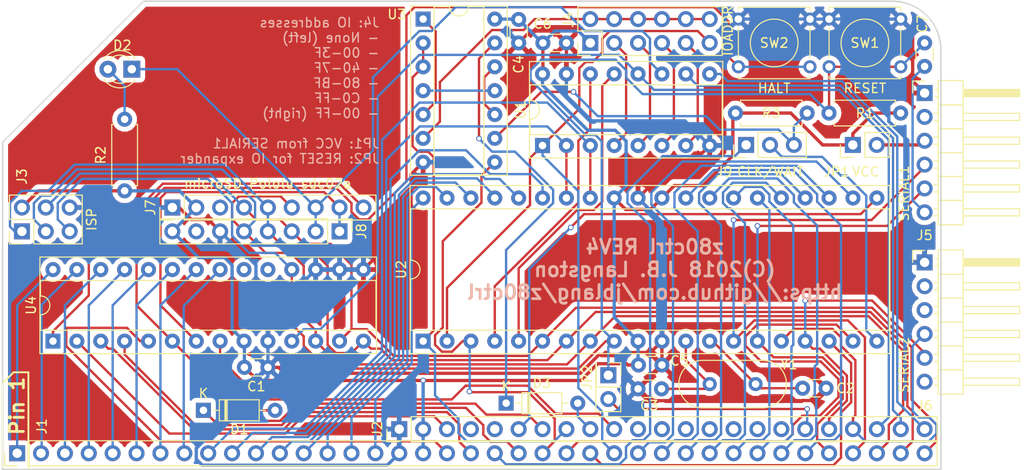
<source format=kicad_pcb>
(kicad_pcb (version 20171130) (host pcbnew "(5.0.1)-3")
  (layers (0 F.Cu signal) (31 B.Cu signal) (34 B.Paste user) (35 F.Paste user) (36 B.SilkS user) (37 F.SilkS user) (38 B.Mask user) (39 F.Mask user) (44 Edge.Cuts user))
  (net 0 "")
  (net 1 GND)
  (net 2 VCC)
  (net 3 "Net-(C2-Pad1)")
  (net 4 "Net-(D1-Pad2)")
  (net 5 "Net-(J5-Pad3)")
  (net 6 "Net-(C3-Pad1)")
  (net 7 "Net-(C7-Pad1)")
  (net 8 "Net-(J4-Pad10)")
  (net 9 "Net-(D2-Pad2)")
  (net 10 "Net-(D3-Pad1)")
  (net 11 "Net-(J4-Pad3)")
  (net 12 "Net-(J4-Pad5)")
  (net 13 "Net-(J4-Pad7)")
  (net 14 "Net-(J4-Pad9)")
  (net 15 /~AVRRST~)
  (net 16 /~HALT~)
  (net 17 /~SDCS~)
  (net 18 /~WAIT~)
  (net 19 /A15)
  (net 20 /A14)
  (net 21 /A13)
  (net 22 /A12)
  (net 23 /A11)
  (net 24 /A10)
  (net 25 /A9)
  (net 26 /A8)
  (net 27 /A7)
  (net 28 /A6)
  (net 29 /A5)
  (net 30 /A4)
  (net 31 /A3)
  (net 32 /A2)
  (net 33 /A1)
  (net 34 /A0)
  (net 35 /~M1~)
  (net 36 /~RST~)
  (net 37 /CLK)
  (net 38 /~INT~)
  (net 39 /~MREQ~)
  (net 40 /~WR~)
  (net 41 /~RD~)
  (net 42 /~IORQ~)
  (net 43 /D0)
  (net 44 /D1)
  (net 45 /D2)
  (net 46 /D3)
  (net 47 /D4)
  (net 48 /D5)
  (net 49 /D6)
  (net 50 /D7)
  (net 51 /TX)
  (net 52 /RX)
  (net 53 /SCK)
  (net 54 /MISO)
  (net 55 /MOSI)
  (net 56 /~RFSH~)
  (net 57 /~BUSACK~)
  (net 58 /~BUSREQ~)
  (net 59 /~NMI~)
  (net 60 "Net-(J2-Pad18)")
  (net 61 /TX2)
  (net 62 /RX2)
  (net 63 /~IOXCS~)
  (net 64 /~AUXCS1~)
  (net 65 /~AUXCS2~)
  (net 66 /~SDCD~)
  (net 67 /SDEN)
  (net 68 "Net-(J9-Pad2)")
  (net 69 /~MWAIT~)
  (net 70 /SPIA1)
  (net 71 /SPIA0)
  (net 72 "Net-(U3-Pad1)")
  (net 73 "Net-(U3-Pad10)")
  (net 74 "Net-(U3-Pad11)")
  (module Connector_PinHeader_2.54mm:PinHeader_2x01_P2.54mm_Vertical (layer F.Cu) (at 218.5797 143.3322 270)
    (fp_text reference JP2 (at 0.2413 2.2606 270) (layer F.SilkS))
    (fp_text value Jumper)
    (pad 1 thru_hole rect (at 0 0 270) (size 1.7 1.7) (drill 1) (layers *.Cu *.Mask) (net 15 /~AVRRST~))
    (pad 2 thru_hole oval (at 2.54 0 270) (size 1.7 1.7) (drill 1) (layers *.Cu *.Mask) (net 60 "Net-(J2-Pad18)"))
  )
  (module custom:microSD_Breakout_VR_LS (layer F.Cu) (at 172.212 125.476 90)
    (fp_text reference J7 (at 0 -2.33 90) (layer F.SilkS))
    (fp_text value "Pololu SD")
    (pad 1 thru_hole rect (at 0 0 90) (size 1.7 1.7) (drill 1) (layers *.Cu *.Mask) (net 1 GND))
    (pad 2 thru_hole oval (at 0 2.54 90) (size 1.7 1.7) (drill 1) (layers *.Cu *.Mask) (net 2 VCC))
    (pad 3 thru_hole oval (at 0 5.08 90) (size 1.7 1.7) (drill 1) (layers *.Cu *.Mask))
    (pad 4 thru_hole oval (at 0 7.62 90) (size 1.7 1.7) (drill 1) (layers *.Cu *.Mask) (net 55 /MOSI))
    (pad 5 thru_hole oval (at 0 10.16 90) (size 1.7 1.7) (drill 1) (layers *.Cu *.Mask) (net 54 /MISO))
    (pad 6 thru_hole oval (at 0 12.7 90) (size 1.7 1.7) (drill 1) (layers *.Cu *.Mask) (net 53 /SCK))
    (pad 7 thru_hole oval (at 0 15.24 90) (size 1.7 1.7) (drill 1) (layers *.Cu *.Mask) (net 17 /~SDCS~))
    (pad 8 thru_hole oval (at 0 17.78 90) (size 1.7 1.7) (drill 1) (layers *.Cu *.Mask) (net 66 /~SDCD~))
    (pad 9 thru_hole oval (at 0 20.32 90) (size 1.7 1.7) (drill 1) (layers *.Cu *.Mask) (net 67 /SDEN))
  )
  (module Capacitor_THT:C_Disc_D3.0mm_W1.6mm_P2.50mm (layer F.Cu) (at 179.872 142.494)
    (fp_text reference C1 (at 1.27 2.032) (layer F.SilkS))
    (fp_text value .1uf)
    (pad 1 thru_hole circle (at 0 0) (size 1.6 1.6) (drill 0.8) (layers *.Cu *.Mask) (net 2 VCC))
    (pad 2 thru_hole circle (at 2.5 0) (size 1.6 1.6) (drill 0.8) (layers *.Cu *.Mask) (net 1 GND))
  )
  (module Capacitor_THT:C_Disc_D3.0mm_W1.6mm_P2.50mm (layer F.Cu) (at 239.2445 144.7165)
    (fp_text reference C2 (at 4.572 0) (layer F.SilkS))
    (fp_text value 18pf)
    (pad 2 thru_hole circle (at 2.5 0) (size 1.6 1.6) (drill 0.8) (layers *.Cu *.Mask) (net 1 GND))
    (pad 1 thru_hole circle (at 0 0) (size 1.6 1.6) (drill 0.8) (layers *.Cu *.Mask) (net 3 "Net-(C2-Pad1)"))
  )
  (module Capacitor_THT:C_Disc_D3.0mm_W1.6mm_P2.50mm (layer F.Cu) (at 224.242 144.78 180)
    (fp_text reference C3 (at 1.3062 -1.778 180) (layer F.SilkS))
    (fp_text value 18pf)
    (pad 1 thru_hole circle (at 0 0 180) (size 1.6 1.6) (drill 0.8) (layers *.Cu *.Mask) (net 6 "Net-(C3-Pad1)"))
    (pad 2 thru_hole circle (at 2.5 0 180) (size 1.6 1.6) (drill 0.8) (layers *.Cu *.Mask) (net 1 GND))
  )
  (module Capacitor_THT:C_Disc_D3.0mm_W1.6mm_P2.50mm (layer F.Cu) (at 209.042 105.45 270)
    (fp_text reference C4 (at 4.786 0 270) (layer F.SilkS))
    (fp_text value .1uf)
    (pad 1 thru_hole circle (at 0 0 270) (size 1.6 1.6) (drill 0.8) (layers *.Cu *.Mask) (net 2 VCC))
    (pad 2 thru_hole circle (at 2.5 0 270) (size 1.6 1.6) (drill 0.8) (layers *.Cu *.Mask) (net 1 GND))
  )
  (module Capacitor_THT:C_Disc_D3.0mm_W1.6mm_P2.50mm (layer F.Cu) (at 221.782 142.24)
    (fp_text reference C5 (at 4.3669 -0.4445) (layer F.SilkS))
    (fp_text value .1uf)
    (pad 2 thru_hole circle (at 2.5 0) (size 1.6 1.6) (drill 0.8) (layers *.Cu *.Mask) (net 1 GND))
    (pad 1 thru_hole circle (at 0 0) (size 1.6 1.6) (drill 0.8) (layers *.Cu *.Mask) (net 2 VCC))
  )
  (module Capacitor_THT:C_Disc_D3.0mm_W1.6mm_P2.50mm (layer F.Cu) (at 211.622 107.95)
    (fp_text reference C6 (at -0.04 -2.032) (layer F.SilkS))
    (fp_text value .1uf)
    (pad 1 thru_hole circle (at 0 0) (size 1.6 1.6) (drill 0.8) (layers *.Cu *.Mask) (net 2 VCC))
    (pad 2 thru_hole circle (at 2.5 0) (size 1.6 1.6) (drill 0.8) (layers *.Cu *.Mask) (net 1 GND))
  )
  (module Capacitor_THT:C_Disc_D3.0mm_W1.6mm_P2.50mm (layer F.Cu) (at 252.222 110.45 90)
    (fp_text reference C7 (at 4.532 -0.254 90) (layer F.SilkS))
    (fp_text value .1uf)
    (pad 2 thru_hole circle (at 2.5 0 90) (size 1.6 1.6) (drill 0.8) (layers *.Cu *.Mask) (net 15 /~AVRRST~))
    (pad 1 thru_hole circle (at 0 0 90) (size 1.6 1.6) (drill 0.8) (layers *.Cu *.Mask) (net 7 "Net-(C7-Pad1)"))
  )
  (module Diode_THT:D_DO-35_SOD27_P7.62mm_Horizontal (layer F.Cu) (at 175.514 147.066)
    (fp_text reference D1 (at 3.81 2.032) (layer F.SilkS))
    (fp_text value 1N4148)
    (fp_text user K (at 0 -1.8) (layer F.SilkS))
    (pad 1 thru_hole rect (at 0 0) (size 1.6 1.6) (drill 0.8) (layers *.Cu *.Mask) (net 16 /~HALT~))
    (pad 2 thru_hole oval (at 7.62 0) (size 1.6 1.6) (drill 0.8) (layers *.Cu *.Mask) (net 4 "Net-(D1-Pad2)"))
  )
  (module LED_THT:LED_D3.0mm (layer F.Cu) (at 167.894 110.744 180)
    (fp_text reference D2 (at 1.016 2.54 180) (layer F.SilkS))
    (fp_text value LED)
    (pad 1 thru_hole rect (at 0 0 180) (size 1.8 1.8) (drill 0.9) (layers *.Cu *.Mask) (net 17 /~SDCS~))
    (pad 2 thru_hole circle (at 2.54 0 180) (size 1.8 1.8) (drill 0.9) (layers *.Cu *.Mask) (net 9 "Net-(D2-Pad2)"))
  )
  (module Connector_PinHeader_2.54mm:PinHeader_1x39_P2.54mm_Vertical (layer F.Cu) (at 155.702 151.638 90)
    (fp_text reference J1 (at 2.8575 2.6289 90) (layer F.SilkS))
    (fp_text value BUS)
    (pad 1 thru_hole rect (at 0 0 90) (size 1.7 1.7) (drill 1) (layers *.Cu *.Mask) (net 19 /A15))
    (pad 2 thru_hole oval (at 0 2.54 90) (size 1.7 1.7) (drill 1) (layers *.Cu *.Mask) (net 20 /A14))
    (pad 3 thru_hole oval (at 0 5.08 90) (size 1.7 1.7) (drill 1) (layers *.Cu *.Mask) (net 21 /A13))
    (pad 4 thru_hole oval (at 0 7.62 90) (size 1.7 1.7) (drill 1) (layers *.Cu *.Mask) (net 22 /A12))
    (pad 5 thru_hole oval (at 0 10.16 90) (size 1.7 1.7) (drill 1) (layers *.Cu *.Mask) (net 23 /A11))
    (pad 6 thru_hole oval (at 0 12.7 90) (size 1.7 1.7) (drill 1) (layers *.Cu *.Mask) (net 24 /A10))
    (pad 7 thru_hole oval (at 0 15.24 90) (size 1.7 1.7) (drill 1) (layers *.Cu *.Mask) (net 25 /A9))
    (pad 8 thru_hole oval (at 0 17.78 90) (size 1.7 1.7) (drill 1) (layers *.Cu *.Mask) (net 26 /A8))
    (pad 9 thru_hole oval (at 0 20.32 90) (size 1.7 1.7) (drill 1) (layers *.Cu *.Mask) (net 27 /A7))
    (pad 10 thru_hole oval (at 0 22.86 90) (size 1.7 1.7) (drill 1) (layers *.Cu *.Mask) (net 28 /A6))
    (pad 11 thru_hole oval (at 0 25.4 90) (size 1.7 1.7) (drill 1) (layers *.Cu *.Mask) (net 29 /A5))
    (pad 12 thru_hole oval (at 0 27.94 90) (size 1.7 1.7) (drill 1) (layers *.Cu *.Mask) (net 30 /A4))
    (pad 13 thru_hole oval (at 0 30.48 90) (size 1.7 1.7) (drill 1) (layers *.Cu *.Mask) (net 31 /A3))
    (pad 14 thru_hole oval (at 0 33.02 90) (size 1.7 1.7) (drill 1) (layers *.Cu *.Mask) (net 32 /A2))
    (pad 15 thru_hole oval (at 0 35.56 90) (size 1.7 1.7) (drill 1) (layers *.Cu *.Mask) (net 33 /A1))
    (pad 16 thru_hole oval (at 0 38.1 90) (size 1.7 1.7) (drill 1) (layers *.Cu *.Mask) (net 34 /A0))
    (pad 17 thru_hole oval (at 0 40.64 90) (size 1.7 1.7) (drill 1) (layers *.Cu *.Mask) (net 1 GND))
    (pad 18 thru_hole oval (at 0 43.18 90) (size 1.7 1.7) (drill 1) (layers *.Cu *.Mask) (net 2 VCC))
    (pad 19 thru_hole oval (at 0 45.72 90) (size 1.7 1.7) (drill 1) (layers *.Cu *.Mask) (net 35 /~M1~))
    (pad 20 thru_hole oval (at 0 48.26 90) (size 1.7 1.7) (drill 1) (layers *.Cu *.Mask) (net 36 /~RST~))
    (pad 21 thru_hole oval (at 0 50.8 90) (size 1.7 1.7) (drill 1) (layers *.Cu *.Mask) (net 37 /CLK))
    (pad 22 thru_hole oval (at 0 53.34 90) (size 1.7 1.7) (drill 1) (layers *.Cu *.Mask) (net 38 /~INT~))
    (pad 23 thru_hole oval (at 0 55.88 90) (size 1.7 1.7) (drill 1) (layers *.Cu *.Mask) (net 39 /~MREQ~))
    (pad 24 thru_hole oval (at 0 58.42 90) (size 1.7 1.7) (drill 1) (layers *.Cu *.Mask) (net 40 /~WR~))
    (pad 25 thru_hole oval (at 0 60.96 90) (size 1.7 1.7) (drill 1) (layers *.Cu *.Mask) (net 41 /~RD~))
    (pad 26 thru_hole oval (at 0 63.5 90) (size 1.7 1.7) (drill 1) (layers *.Cu *.Mask) (net 42 /~IORQ~))
    (pad 27 thru_hole oval (at 0 66.04 90) (size 1.7 1.7) (drill 1) (layers *.Cu *.Mask) (net 43 /D0))
    (pad 28 thru_hole oval (at 0 68.58 90) (size 1.7 1.7) (drill 1) (layers *.Cu *.Mask) (net 44 /D1))
    (pad 29 thru_hole oval (at 0 71.12 90) (size 1.7 1.7) (drill 1) (layers *.Cu *.Mask) (net 45 /D2))
    (pad 30 thru_hole oval (at 0 73.66 90) (size 1.7 1.7) (drill 1) (layers *.Cu *.Mask) (net 46 /D3))
    (pad 31 thru_hole oval (at 0 76.2 90) (size 1.7 1.7) (drill 1) (layers *.Cu *.Mask) (net 47 /D4))
    (pad 32 thru_hole oval (at 0 78.74 90) (size 1.7 1.7) (drill 1) (layers *.Cu *.Mask) (net 48 /D5))
    (pad 33 thru_hole oval (at 0 81.28 90) (size 1.7 1.7) (drill 1) (layers *.Cu *.Mask) (net 49 /D6))
    (pad 34 thru_hole oval (at 0 83.82 90) (size 1.7 1.7) (drill 1) (layers *.Cu *.Mask) (net 50 /D7))
    (pad 35 thru_hole oval (at 0 86.36 90) (size 1.7 1.7) (drill 1) (layers *.Cu *.Mask) (net 51 /TX))
    (pad 36 thru_hole oval (at 0 88.9 90) (size 1.7 1.7) (drill 1) (layers *.Cu *.Mask) (net 52 /RX))
    (pad 37 thru_hole oval (at 0 91.44 90) (size 1.7 1.7) (drill 1) (layers *.Cu *.Mask) (net 53 /SCK))
    (pad 38 thru_hole oval (at 0 93.98 90) (size 1.7 1.7) (drill 1) (layers *.Cu *.Mask) (net 54 /MISO))
    (pad 39 thru_hole oval (at 0 96.52 90) (size 1.7 1.7) (drill 1) (layers *.Cu *.Mask) (net 55 /MOSI))
  )
  (module Connector_PinHeader_2.54mm:PinHeader_1x23_P2.54mm_Vertical (layer F.Cu) (at 196.342 149.073 90)
    (fp_text reference J2 (at 0 -2.33 90) (layer F.SilkS))
    (fp_text value BUSEXT)
    (pad 1 thru_hole rect (at 0 0 90) (size 1.7 1.7) (drill 1) (layers *.Cu *.Mask) (net 1 GND))
    (pad 2 thru_hole oval (at 0 2.54 90) (size 1.7 1.7) (drill 1) (layers *.Cu *.Mask) (net 2 VCC))
    (pad 3 thru_hole oval (at 0 5.08 90) (size 1.7 1.7) (drill 1) (layers *.Cu *.Mask) (net 56 /~RFSH~))
    (pad 4 thru_hole oval (at 0 7.62 90) (size 1.7 1.7) (drill 1) (layers *.Cu *.Mask))
    (pad 5 thru_hole oval (at 0 10.16 90) (size 1.7 1.7) (drill 1) (layers *.Cu *.Mask))
    (pad 6 thru_hole oval (at 0 12.7 90) (size 1.7 1.7) (drill 1) (layers *.Cu *.Mask) (net 57 /~BUSACK~))
    (pad 7 thru_hole oval (at 0 15.24 90) (size 1.7 1.7) (drill 1) (layers *.Cu *.Mask) (net 16 /~HALT~))
    (pad 8 thru_hole oval (at 0 17.78 90) (size 1.7 1.7) (drill 1) (layers *.Cu *.Mask) (net 58 /~BUSREQ~))
    (pad 9 thru_hole oval (at 0 20.32 90) (size 1.7 1.7) (drill 1) (layers *.Cu *.Mask) (net 18 /~WAIT~))
    (pad 10 thru_hole oval (at 0 22.86 90) (size 1.7 1.7) (drill 1) (layers *.Cu *.Mask) (net 59 /~NMI~))
    (pad 11 thru_hole oval (at 0 25.4 90) (size 1.7 1.7) (drill 1) (layers *.Cu *.Mask))
    (pad 12 thru_hole oval (at 0 27.94 90) (size 1.7 1.7) (drill 1) (layers *.Cu *.Mask))
    (pad 13 thru_hole oval (at 0 30.48 90) (size 1.7 1.7) (drill 1) (layers *.Cu *.Mask))
    (pad 14 thru_hole oval (at 0 33.02 90) (size 1.7 1.7) (drill 1) (layers *.Cu *.Mask))
    (pad 15 thru_hole oval (at 0 35.56 90) (size 1.7 1.7) (drill 1) (layers *.Cu *.Mask))
    (pad 16 thru_hole oval (at 0 38.1 90) (size 1.7 1.7) (drill 1) (layers *.Cu *.Mask))
    (pad 17 thru_hole oval (at 0 40.64 90) (size 1.7 1.7) (drill 1) (layers *.Cu *.Mask))
    (pad 18 thru_hole oval (at 0 43.18 90) (size 1.7 1.7) (drill 1) (layers *.Cu *.Mask) (net 60 "Net-(J2-Pad18)"))
    (pad 19 thru_hole oval (at 0 45.72 90) (size 1.7 1.7) (drill 1) (layers *.Cu *.Mask) (net 61 /TX2))
    (pad 20 thru_hole oval (at 0 48.26 90) (size 1.7 1.7) (drill 1) (layers *.Cu *.Mask) (net 62 /RX2))
    (pad 21 thru_hole oval (at 0 50.8 90) (size 1.7 1.7) (drill 1) (layers *.Cu *.Mask) (net 63 /~IOXCS~))
    (pad 22 thru_hole oval (at 0 53.34 90) (size 1.7 1.7) (drill 1) (layers *.Cu *.Mask) (net 64 /~AUXCS1~))
    (pad 23 thru_hole oval (at 0 55.88 90) (size 1.7 1.7) (drill 1) (layers *.Cu *.Mask) (net 65 /~AUXCS2~))
  )
  (module Connector_PinHeader_2.54mm:PinHeader_2x03_P2.54mm_Vertical (layer F.Cu) (at 156.21 128.016 90)
    (fp_text reference J3 (at 5.842 0 90) (layer F.SilkS))
    (fp_text value ISP (at 1.27 7.41 90) (layer F.SilkS))
    (pad 1 thru_hole rect (at 0 0 90) (size 1.7 1.7) (drill 1) (layers *.Cu *.Mask) (net 54 /MISO))
    (pad 2 thru_hole oval (at 2.54 0 90) (size 1.7 1.7) (drill 1) (layers *.Cu *.Mask) (net 2 VCC))
    (pad 3 thru_hole oval (at 0 2.54 90) (size 1.7 1.7) (drill 1) (layers *.Cu *.Mask) (net 53 /SCK))
    (pad 4 thru_hole oval (at 2.54 2.54 90) (size 1.7 1.7) (drill 1) (layers *.Cu *.Mask) (net 55 /MOSI))
    (pad 5 thru_hole oval (at 0 5.08 90) (size 1.7 1.7) (drill 1) (layers *.Cu *.Mask) (net 15 /~AVRRST~))
    (pad 6 thru_hole oval (at 2.54 5.08 90) (size 1.7 1.7) (drill 1) (layers *.Cu *.Mask) (net 1 GND))
  )
  (module Connector_PinHeader_2.54mm:PinHeader_2x06_P2.54mm_Vertical (layer F.Cu) (at 216.662 107.95 90)
    (fp_text reference J4 (at 2.4638 -2.3368 90) (layer F.SilkS))
    (fp_text value IOADDR (at 1.2954 14.6431 90) (layer F.SilkS))
    (pad 1 thru_hole rect (at 0 0 90) (size 1.7 1.7) (drill 1) (layers *.Cu *.Mask) (net 2 VCC))
    (pad 2 thru_hole oval (at 2.54 0 90) (size 1.7 1.7) (drill 1) (layers *.Cu *.Mask) (net 8 "Net-(J4-Pad10)"))
    (pad 3 thru_hole oval (at 0 2.54 90) (size 1.7 1.7) (drill 1) (layers *.Cu *.Mask) (net 11 "Net-(J4-Pad3)"))
    (pad 4 thru_hole oval (at 2.54 2.54 90) (size 1.7 1.7) (drill 1) (layers *.Cu *.Mask) (net 8 "Net-(J4-Pad10)"))
    (pad 5 thru_hole oval (at 0 5.08 90) (size 1.7 1.7) (drill 1) (layers *.Cu *.Mask) (net 12 "Net-(J4-Pad5)"))
    (pad 6 thru_hole oval (at 2.54 5.08 90) (size 1.7 1.7) (drill 1) (layers *.Cu *.Mask) (net 8 "Net-(J4-Pad10)"))
    (pad 7 thru_hole oval (at 0 7.62 90) (size 1.7 1.7) (drill 1) (layers *.Cu *.Mask) (net 13 "Net-(J4-Pad7)"))
    (pad 8 thru_hole oval (at 2.54 7.62 90) (size 1.7 1.7) (drill 1) (layers *.Cu *.Mask) (net 8 "Net-(J4-Pad10)"))
    (pad 9 thru_hole oval (at 0 10.16 90) (size 1.7 1.7) (drill 1) (layers *.Cu *.Mask) (net 14 "Net-(J4-Pad9)"))
    (pad 10 thru_hole oval (at 2.54 10.16 90) (size 1.7 1.7) (drill 1) (layers *.Cu *.Mask) (net 8 "Net-(J4-Pad10)"))
    (pad 11 thru_hole oval (at 0 12.7 90) (size 1.7 1.7) (drill 1) (layers *.Cu *.Mask) (net 42 /~IORQ~))
    (pad 12 thru_hole oval (at 2.54 12.7 90) (size 1.7 1.7) (drill 1) (layers *.Cu *.Mask) (net 8 "Net-(J4-Pad10)"))
  )
  (module Connector_PinHeader_2.54mm:PinHeader_1x06_P2.54mm_Horizontal (layer F.Cu) (at 252.222 113.284)
    (fp_text reference J5 (at 0 15.1511) (layer F.SilkS))
    (fp_text value SERIAL1 (at -2.1844 10.6934 90) (layer F.SilkS))
    (pad 6 thru_hole oval (at 0 12.7) (size 1.7 1.7) (drill 1) (layers *.Cu *.Mask) (net 7 "Net-(C7-Pad1)"))
    (pad 5 thru_hole oval (at 0 10.16) (size 1.7 1.7) (drill 1) (layers *.Cu *.Mask) (net 51 /TX))
    (pad 4 thru_hole oval (at 0 7.62) (size 1.7 1.7) (drill 1) (layers *.Cu *.Mask) (net 52 /RX))
    (pad 3 thru_hole oval (at 0 5.08) (size 1.7 1.7) (drill 1) (layers *.Cu *.Mask) (net 5 "Net-(J5-Pad3)"))
    (pad 2 thru_hole oval (at 0 2.54) (size 1.7 1.7) (drill 1) (layers *.Cu *.Mask))
    (pad 1 thru_hole rect (at 0 0) (size 1.7 1.7) (drill 1) (layers *.Cu *.Mask) (net 1 GND))
  )
  (module Connector_PinHeader_2.54mm:PinHeader_1x06_P2.54mm_Horizontal (layer F.Cu) (at 252.222 131.318)
    (fp_text reference J6 (at -0.0127 15.2654) (layer F.SilkS))
    (fp_text value SERIAL2 (at -2.1844 10.9093 90) (layer F.SilkS))
    (pad 1 thru_hole rect (at 0 0) (size 1.7 1.7) (drill 1) (layers *.Cu *.Mask) (net 1 GND))
    (pad 2 thru_hole oval (at 0 2.54) (size 1.7 1.7) (drill 1) (layers *.Cu *.Mask))
    (pad 3 thru_hole oval (at 0 5.08) (size 1.7 1.7) (drill 1) (layers *.Cu *.Mask))
    (pad 4 thru_hole oval (at 0 7.62) (size 1.7 1.7) (drill 1) (layers *.Cu *.Mask) (net 62 /RX2))
    (pad 5 thru_hole oval (at 0 10.16) (size 1.7 1.7) (drill 1) (layers *.Cu *.Mask) (net 61 /TX2))
    (pad 6 thru_hole oval (at 0 12.7) (size 1.7 1.7) (drill 1) (layers *.Cu *.Mask))
  )
  (module Connector_PinHeader_2.54mm:PinHeader_1x08_P2.54mm_Vertical (layer F.Cu) (at 189.992 128.016 270)
    (fp_text reference J8 (at 0 -2.33 270) (layer F.SilkS))
    (fp_text value "Adafruit SD")
    (pad 1 thru_hole rect (at 0 0 270) (size 1.7 1.7) (drill 1) (layers *.Cu *.Mask) (net 66 /~SDCD~))
    (pad 2 thru_hole oval (at 0 2.54 270) (size 1.7 1.7) (drill 1) (layers *.Cu *.Mask) (net 17 /~SDCS~))
    (pad 3 thru_hole oval (at 0 5.08 270) (size 1.7 1.7) (drill 1) (layers *.Cu *.Mask) (net 55 /MOSI))
    (pad 4 thru_hole oval (at 0 7.62 270) (size 1.7 1.7) (drill 1) (layers *.Cu *.Mask) (net 54 /MISO))
    (pad 5 thru_hole oval (at 0 10.16 270) (size 1.7 1.7) (drill 1) (layers *.Cu *.Mask) (net 53 /SCK))
    (pad 6 thru_hole oval (at 0 12.7 270) (size 1.7 1.7) (drill 1) (layers *.Cu *.Mask) (net 1 GND))
    (pad 7 thru_hole oval (at 0 15.24 270) (size 1.7 1.7) (drill 1) (layers *.Cu *.Mask))
    (pad 8 thru_hole oval (at 0 17.78 270) (size 1.7 1.7) (drill 1) (layers *.Cu *.Mask) (net 2 VCC))
  )
  (module Connector_PinHeader_2.54mm:PinHeader_1x02_P2.54mm_Vertical (layer F.Cu) (at 244.5893 118.8085 90)
    (fp_text reference JP1 (at -2.8575 -1.7272 180) (layer F.SilkS))
    (fp_text value VCC (at -2.8575 1.3716 180) (layer F.SilkS))
    (pad 1 thru_hole rect (at 0 0 90) (size 1.7 1.7) (drill 1) (layers *.Cu *.Mask) (net 2 VCC))
    (pad 2 thru_hole oval (at 0 2.54 90) (size 1.7 1.7) (drill 1) (layers *.Cu *.Mask) (net 5 "Net-(J5-Pad3)"))
  )
  (module Resistor_THT:R_Axial_DIN0207_L6.3mm_D2.5mm_P7.62mm_Horizontal (layer F.Cu) (at 249.6693 115.4176 180)
    (fp_text reference R1 (at 3.7973 -0.0127 180) (layer F.SilkS))
    (fp_text value 10K)
    (pad 2 thru_hole oval (at 7.62 0 180) (size 1.6 1.6) (drill 0.8) (layers *.Cu *.Mask) (net 15 /~AVRRST~))
    (pad 1 thru_hole circle (at 0 0 180) (size 1.6 1.6) (drill 0.8) (layers *.Cu *.Mask) (net 2 VCC))
  )
  (module Resistor_THT:R_Axial_DIN0207_L6.3mm_D2.5mm_P7.62mm_Horizontal (layer F.Cu) (at 167.132 116.078 270)
    (fp_text reference R2 (at 3.81 2.54 270) (layer F.SilkS))
    (fp_text value 1K)
    (pad 1 thru_hole circle (at 0 0 270) (size 1.6 1.6) (drill 0.8) (layers *.Cu *.Mask) (net 9 "Net-(D2-Pad2)"))
    (pad 2 thru_hole oval (at 7.62 0 270) (size 1.6 1.6) (drill 0.8) (layers *.Cu *.Mask) (net 2 VCC))
  )
  (module Button_Switch_THT:SW_Tactile_Straight_KSA0Axx1LFTR (layer F.Cu) (at 242.062 105.41)
    (fp_text reference SW1 (at 3.81 2.54) (layer F.SilkS))
    (fp_text value RESET (at 3.81 7.366) (layer F.SilkS))
    (pad 2 thru_hole circle (at 0 5.08) (size 1.397 1.397) (drill 0.8128) (layers *.Cu *.Mask) (net 15 /~AVRRST~))
    (pad 1 thru_hole circle (at 0 0) (size 1.397 1.397) (drill 0.8128) (layers *.Cu *.Mask) (net 1 GND))
    (pad 2 thru_hole circle (at 7.62 5.08) (size 1.397 1.397) (drill 0.8128) (layers *.Cu *.Mask) (net 15 /~AVRRST~))
    (pad 1 thru_hole circle (at 7.62 0) (size 1.397 1.397) (drill 0.8128) (layers *.Cu *.Mask) (net 1 GND))
  )
  (module Button_Switch_THT:SW_Tactile_Straight_KSA0Axx1LFTR (layer F.Cu) (at 232.41 105.41)
    (fp_text reference SW2 (at 3.81 2.54) (layer F.SilkS))
    (fp_text value HALT (at 3.81 7.366) (layer F.SilkS))
    (pad 1 thru_hole circle (at 7.62 0) (size 1.397 1.397) (drill 0.8128) (layers *.Cu *.Mask) (net 1 GND))
    (pad 2 thru_hole circle (at 7.62 5.08) (size 1.397 1.397) (drill 0.8128) (layers *.Cu *.Mask) (net 4 "Net-(D1-Pad2)"))
    (pad 1 thru_hole circle (at 0 0) (size 1.397 1.397) (drill 0.8128) (layers *.Cu *.Mask) (net 1 GND))
    (pad 2 thru_hole circle (at 0 5.08) (size 1.397 1.397) (drill 0.8128) (layers *.Cu *.Mask) (net 4 "Net-(D1-Pad2)"))
  )
  (module Package_DIP:DIP-16_W7.62mm_Socket (layer F.Cu) (at 211.582 118.872 90)
    (fp_text reference U1 (at 3.81 -2.33 90) (layer F.SilkS))
    (fp_text value 74HCT139)
    (pad 1 thru_hole rect (at 0 0 90) (size 1.6 1.6) (drill 0.8) (layers *.Cu *.Mask) (net 42 /~IORQ~))
    (pad 9 thru_hole oval (at 7.62 17.78 90) (size 1.6 1.6) (drill 0.8) (layers *.Cu *.Mask) (net 65 /~AUXCS2~))
    (pad 2 thru_hole oval (at 0 2.54 90) (size 1.6 1.6) (drill 0.8) (layers *.Cu *.Mask) (net 28 /A6))
    (pad 10 thru_hole oval (at 7.62 15.24 90) (size 1.6 1.6) (drill 0.8) (layers *.Cu *.Mask) (net 64 /~AUXCS1~))
    (pad 3 thru_hole oval (at 0 5.08 90) (size 1.6 1.6) (drill 0.8) (layers *.Cu *.Mask) (net 27 /A7))
    (pad 11 thru_hole oval (at 7.62 12.7 90) (size 1.6 1.6) (drill 0.8) (layers *.Cu *.Mask) (net 17 /~SDCS~))
    (pad 4 thru_hole oval (at 0 7.62 90) (size 1.6 1.6) (drill 0.8) (layers *.Cu *.Mask) (net 11 "Net-(J4-Pad3)"))
    (pad 12 thru_hole oval (at 7.62 10.16 90) (size 1.6 1.6) (drill 0.8) (layers *.Cu *.Mask) (net 63 /~IOXCS~))
    (pad 5 thru_hole oval (at 0 10.16 90) (size 1.6 1.6) (drill 0.8) (layers *.Cu *.Mask) (net 12 "Net-(J4-Pad5)"))
    (pad 13 thru_hole oval (at 7.62 7.62 90) (size 1.6 1.6) (drill 0.8) (layers *.Cu *.Mask) (net 70 /SPIA1))
    (pad 6 thru_hole oval (at 0 12.7 90) (size 1.6 1.6) (drill 0.8) (layers *.Cu *.Mask) (net 13 "Net-(J4-Pad7)"))
    (pad 14 thru_hole oval (at 7.62 5.08 90) (size 1.6 1.6) (drill 0.8) (layers *.Cu *.Mask) (net 71 /SPIA0))
    (pad 7 thru_hole oval (at 0 15.24 90) (size 1.6 1.6) (drill 0.8) (layers *.Cu *.Mask) (net 14 "Net-(J4-Pad9)"))
    (pad 15 thru_hole oval (at 7.62 2.54 90) (size 1.6 1.6) (drill 0.8) (layers *.Cu *.Mask) (net 1 GND))
    (pad 8 thru_hole oval (at 0 17.78 90) (size 1.6 1.6) (drill 0.8) (layers *.Cu *.Mask) (net 1 GND))
    (pad 16 thru_hole oval (at 7.62 0 90) (size 1.6 1.6) (drill 0.8) (layers *.Cu *.Mask) (net 2 VCC))
  )
  (module Package_DIP:DIP-40_W15.24mm_Socket (layer F.Cu) (at 198.882 139.7 90)
    (fp_text reference U2 (at 7.62 -2.33 90) (layer F.SilkS))
    (fp_text value ATMEGA1284P-PU)
    (pad 1 thru_hole rect (at 0 0 90) (size 1.6 1.6) (drill 0.8) (layers *.Cu *.Mask) (net 58 /~BUSREQ~))
    (pad 21 thru_hole oval (at 15.24 48.26 90) (size 1.6 1.6) (drill 0.8) (layers *.Cu *.Mask) (net 57 /~BUSACK~))
    (pad 2 thru_hole oval (at 0 2.54 90) (size 1.6 1.6) (drill 0.8) (layers *.Cu *.Mask) (net 42 /~IORQ~))
    (pad 22 thru_hole oval (at 15.24 45.72 90) (size 1.6 1.6) (drill 0.8) (layers *.Cu *.Mask) (net 43 /D0))
    (pad 3 thru_hole oval (at 0 5.08 90) (size 1.6 1.6) (drill 0.8) (layers *.Cu *.Mask) (net 39 /~MREQ~))
    (pad 23 thru_hole oval (at 15.24 43.18 90) (size 1.6 1.6) (drill 0.8) (layers *.Cu *.Mask) (net 44 /D1))
    (pad 4 thru_hole oval (at 0 7.62 90) (size 1.6 1.6) (drill 0.8) (layers *.Cu *.Mask) (net 71 /SPIA0))
    (pad 24 thru_hole oval (at 15.24 40.64 90) (size 1.6 1.6) (drill 0.8) (layers *.Cu *.Mask) (net 45 /D2))
    (pad 5 thru_hole oval (at 0 10.16 90) (size 1.6 1.6) (drill 0.8) (layers *.Cu *.Mask) (net 70 /SPIA1))
    (pad 25 thru_hole oval (at 15.24 38.1 90) (size 1.6 1.6) (drill 0.8) (layers *.Cu *.Mask) (net 46 /D3))
    (pad 6 thru_hole oval (at 0 12.7 90) (size 1.6 1.6) (drill 0.8) (layers *.Cu *.Mask) (net 55 /MOSI))
    (pad 26 thru_hole oval (at 15.24 35.56 90) (size 1.6 1.6) (drill 0.8) (layers *.Cu *.Mask) (net 47 /D4))
    (pad 7 thru_hole oval (at 0 15.24 90) (size 1.6 1.6) (drill 0.8) (layers *.Cu *.Mask) (net 54 /MISO))
    (pad 27 thru_hole oval (at 15.24 33.02 90) (size 1.6 1.6) (drill 0.8) (layers *.Cu *.Mask) (net 48 /D5))
    (pad 8 thru_hole oval (at 0 17.78 90) (size 1.6 1.6) (drill 0.8) (layers *.Cu *.Mask) (net 53 /SCK))
    (pad 28 thru_hole oval (at 15.24 30.48 90) (size 1.6 1.6) (drill 0.8) (layers *.Cu *.Mask) (net 49 /D6))
    (pad 9 thru_hole oval (at 0 20.32 90) (size 1.6 1.6) (drill 0.8) (layers *.Cu *.Mask) (net 15 /~AVRRST~))
    (pad 29 thru_hole oval (at 15.24 27.94 90) (size 1.6 1.6) (drill 0.8) (layers *.Cu *.Mask) (net 50 /D7))
    (pad 10 thru_hole oval (at 0 22.86 90) (size 1.6 1.6) (drill 0.8) (layers *.Cu *.Mask) (net 2 VCC))
    (pad 30 thru_hole oval (at 15.24 25.4 90) (size 1.6 1.6) (drill 0.8) (layers *.Cu *.Mask) (net 2 VCC))
    (pad 11 thru_hole oval (at 0 25.4 90) (size 1.6 1.6) (drill 0.8) (layers *.Cu *.Mask) (net 1 GND))
    (pad 31 thru_hole oval (at 15.24 22.86 90) (size 1.6 1.6) (drill 0.8) (layers *.Cu *.Mask) (net 1 GND))
    (pad 12 thru_hole oval (at 0 27.94 90) (size 1.6 1.6) (drill 0.8) (layers *.Cu *.Mask) (net 6 "Net-(C3-Pad1)"))
    (pad 32 thru_hole oval (at 15.24 20.32 90) (size 1.6 1.6) (drill 0.8) (layers *.Cu *.Mask) (net 2 VCC))
    (pad 13 thru_hole oval (at 0 30.48 90) (size 1.6 1.6) (drill 0.8) (layers *.Cu *.Mask) (net 3 "Net-(C2-Pad1)"))
    (pad 33 thru_hole oval (at 15.24 17.78 90) (size 1.6 1.6) (drill 0.8) (layers *.Cu *.Mask) (net 27 /A7))
    (pad 14 thru_hole oval (at 0 33.02 90) (size 1.6 1.6) (drill 0.8) (layers *.Cu *.Mask) (net 52 /RX))
    (pad 34 thru_hole oval (at 15.24 15.24 90) (size 1.6 1.6) (drill 0.8) (layers *.Cu *.Mask) (net 28 /A6))
    (pad 15 thru_hole oval (at 0 35.56 90) (size 1.6 1.6) (drill 0.8) (layers *.Cu *.Mask) (net 51 /TX))
    (pad 35 thru_hole oval (at 15.24 12.7 90) (size 1.6 1.6) (drill 0.8) (layers *.Cu *.Mask) (net 29 /A5))
    (pad 16 thru_hole oval (at 0 38.1 90) (size 1.6 1.6) (drill 0.8) (layers *.Cu *.Mask) (net 62 /RX2))
    (pad 36 thru_hole oval (at 15.24 10.16 90) (size 1.6 1.6) (drill 0.8) (layers *.Cu *.Mask) (net 30 /A4))
    (pad 17 thru_hole oval (at 0 40.64 90) (size 1.6 1.6) (drill 0.8) (layers *.Cu *.Mask) (net 61 /TX2))
    (pad 37 thru_hole oval (at 15.24 7.62 90) (size 1.6 1.6) (drill 0.8) (layers *.Cu *.Mask) (net 31 /A3))
    (pad 18 thru_hole oval (at 0 43.18 90) (size 1.6 1.6) (drill 0.8) (layers *.Cu *.Mask) (net 41 /~RD~))
    (pad 38 thru_hole oval (at 15.24 5.08 90) (size 1.6 1.6) (drill 0.8) (layers *.Cu *.Mask) (net 32 /A2))
    (pad 19 thru_hole oval (at 0 45.72 90) (size 1.6 1.6) (drill 0.8) (layers *.Cu *.Mask) (net 40 /~WR~))
    (pad 39 thru_hole oval (at 15.24 2.54 90) (size 1.6 1.6) (drill 0.8) (layers *.Cu *.Mask) (net 33 /A1))
    (pad 20 thru_hole oval (at 0 48.26 90) (size 1.6 1.6) (drill 0.8) (layers *.Cu *.Mask) (net 68 "Net-(J9-Pad2)"))
    (pad 40 thru_hole oval (at 15.24 0 90) (size 1.6 1.6) (drill 0.8) (layers *.Cu *.Mask) (net 34 /A0))
  )
  (module Package_DIP:DIP-14_W7.62mm_Socket (layer F.Cu) (at 198.882 105.41)
    (fp_text reference U3 (at -2.794 -0.508) (layer F.SilkS))
    (fp_text value 74HCT02)
    (pad 1 thru_hole rect (at 0 0) (size 1.6 1.6) (drill 0.8) (layers *.Cu *.Mask) (net 72 "Net-(U3-Pad1)"))
    (pad 8 thru_hole oval (at 7.62 15.24) (size 1.6 1.6) (drill 0.8) (layers *.Cu *.Mask) (net 39 /~MREQ~))
    (pad 2 thru_hole oval (at 0 2.54) (size 1.6 1.6) (drill 0.8) (layers *.Cu *.Mask) (net 58 /~BUSREQ~))
    (pad 9 thru_hole oval (at 7.62 12.7) (size 1.6 1.6) (drill 0.8) (layers *.Cu *.Mask) (net 69 /~MWAIT~))
    (pad 3 thru_hole oval (at 0 5.08) (size 1.6 1.6) (drill 0.8) (layers *.Cu *.Mask) (net 58 /~BUSREQ~))
    (pad 10 thru_hole oval (at 7.62 10.16) (size 1.6 1.6) (drill 0.8) (layers *.Cu *.Mask) (net 73 "Net-(U3-Pad10)"))
    (pad 4 thru_hole oval (at 0 7.62) (size 1.6 1.6) (drill 0.8) (layers *.Cu *.Mask) (net 74 "Net-(U3-Pad11)"))
    (pad 11 thru_hole oval (at 7.62 7.62) (size 1.6 1.6) (drill 0.8) (layers *.Cu *.Mask) (net 74 "Net-(U3-Pad11)"))
    (pad 5 thru_hole oval (at 0 10.16) (size 1.6 1.6) (drill 0.8) (layers *.Cu *.Mask) (net 72 "Net-(U3-Pad1)"))
    (pad 12 thru_hole oval (at 7.62 5.08) (size 1.6 1.6) (drill 0.8) (layers *.Cu *.Mask) (net 73 "Net-(U3-Pad10)"))
    (pad 6 thru_hole oval (at 0 12.7) (size 1.6 1.6) (drill 0.8) (layers *.Cu *.Mask) (net 8 "Net-(J4-Pad10)"))
    (pad 13 thru_hole oval (at 7.62 2.54) (size 1.6 1.6) (drill 0.8) (layers *.Cu *.Mask) (net 10 "Net-(D3-Pad1)"))
    (pad 7 thru_hole oval (at 0 15.24) (size 1.6 1.6) (drill 0.8) (layers *.Cu *.Mask) (net 1 GND))
    (pad 14 thru_hole oval (at 7.62 0) (size 1.6 1.6) (drill 0.8) (layers *.Cu *.Mask) (net 2 VCC))
  )
  (module Package_DIP:DIP-28_W7.62mm_Socket (layer F.Cu) (at 159.512 139.7 90)
    (fp_text reference U4 (at 3.81 -2.33 90) (layer F.SilkS))
    (fp_text value MCP23S17)
    (pad 1 thru_hole rect (at 0 0 90) (size 1.6 1.6) (drill 0.8) (layers *.Cu *.Mask) (net 67 /SDEN))
    (pad 15 thru_hole oval (at 7.62 33.02 90) (size 1.6 1.6) (drill 0.8) (layers *.Cu *.Mask) (net 1 GND))
    (pad 2 thru_hole oval (at 0 2.54 90) (size 1.6 1.6) (drill 0.8) (layers *.Cu *.Mask) (net 56 /~RFSH~))
    (pad 16 thru_hole oval (at 7.62 30.48 90) (size 1.6 1.6) (drill 0.8) (layers *.Cu *.Mask) (net 1 GND))
    (pad 3 thru_hole oval (at 0 5.08 90) (size 1.6 1.6) (drill 0.8) (layers *.Cu *.Mask) (net 36 /~RST~))
    (pad 17 thru_hole oval (at 7.62 27.94 90) (size 1.6 1.6) (drill 0.8) (layers *.Cu *.Mask) (net 1 GND))
    (pad 4 thru_hole oval (at 0 7.62 90) (size 1.6 1.6) (drill 0.8) (layers *.Cu *.Mask) (net 38 /~INT~))
    (pad 18 thru_hole oval (at 7.62 25.4 90) (size 1.6 1.6) (drill 0.8) (layers *.Cu *.Mask) (net 15 /~AVRRST~))
    (pad 5 thru_hole oval (at 0 10.16 90) (size 1.6 1.6) (drill 0.8) (layers *.Cu *.Mask) (net 35 /~M1~))
    (pad 19 thru_hole oval (at 7.62 22.86 90) (size 1.6 1.6) (drill 0.8) (layers *.Cu *.Mask))
    (pad 6 thru_hole oval (at 0 12.7 90) (size 1.6 1.6) (drill 0.8) (layers *.Cu *.Mask) (net 4 "Net-(D1-Pad2)"))
    (pad 20 thru_hole oval (at 7.62 20.32 90) (size 1.6 1.6) (drill 0.8) (layers *.Cu *.Mask))
    (pad 7 thru_hole oval (at 0 15.24 90) (size 1.6 1.6) (drill 0.8) (layers *.Cu *.Mask) (net 66 /~SDCD~))
    (pad 21 thru_hole oval (at 7.62 17.78 90) (size 1.6 1.6) (drill 0.8) (layers *.Cu *.Mask) (net 26 /A8))
    (pad 8 thru_hole oval (at 0 17.78 90) (size 1.6 1.6) (drill 0.8) (layers *.Cu *.Mask) (net 59 /~NMI~))
    (pad 22 thru_hole oval (at 7.62 15.24 90) (size 1.6 1.6) (drill 0.8) (layers *.Cu *.Mask) (net 25 /A9))
    (pad 9 thru_hole oval (at 0 20.32 90) (size 1.6 1.6) (drill 0.8) (layers *.Cu *.Mask) (net 2 VCC))
    (pad 23 thru_hole oval (at 7.62 12.7 90) (size 1.6 1.6) (drill 0.8) (layers *.Cu *.Mask) (net 24 /A10))
    (pad 10 thru_hole oval (at 0 22.86 90) (size 1.6 1.6) (drill 0.8) (layers *.Cu *.Mask) (net 1 GND))
    (pad 24 thru_hole oval (at 7.62 10.16 90) (size 1.6 1.6) (drill 0.8) (layers *.Cu *.Mask) (net 23 /A11))
    (pad 11 thru_hole oval (at 0 25.4 90) (size 1.6 1.6) (drill 0.8) (layers *.Cu *.Mask) (net 63 /~IOXCS~))
    (pad 25 thru_hole oval (at 7.62 7.62 90) (size 1.6 1.6) (drill 0.8) (layers *.Cu *.Mask) (net 22 /A12))
    (pad 12 thru_hole oval (at 0 27.94 90) (size 1.6 1.6) (drill 0.8) (layers *.Cu *.Mask) (net 53 /SCK))
    (pad 26 thru_hole oval (at 7.62 5.08 90) (size 1.6 1.6) (drill 0.8) (layers *.Cu *.Mask) (net 21 /A13))
    (pad 13 thru_hole oval (at 0 30.48 90) (size 1.6 1.6) (drill 0.8) (layers *.Cu *.Mask) (net 55 /MOSI))
    (pad 27 thru_hole oval (at 7.62 2.54 90) (size 1.6 1.6) (drill 0.8) (layers *.Cu *.Mask) (net 20 /A14))
    (pad 14 thru_hole oval (at 0 33.02 90) (size 1.6 1.6) (drill 0.8) (layers *.Cu *.Mask) (net 54 /MISO))
    (pad 28 thru_hole oval (at 7.62 0 90) (size 1.6 1.6) (drill 0.8) (layers *.Cu *.Mask) (net 19 /A15))
  )
  (module Crystal:Crystal_HC49-4H_Vertical (layer F.Cu) (at 234.242 144.272 180)
    (fp_text reference Y1 (at -3.5528 2.0828 180) (layer F.SilkS))
    (fp_text value 20MHz)
    (pad 1 thru_hole circle (at 0 0 180) (size 1.5 1.5) (drill 0.8) (layers *.Cu *.Mask) (net 3 "Net-(C2-Pad1)"))
    (pad 2 thru_hole circle (at 4.88 0 180) (size 1.5 1.5) (drill 0.8) (layers *.Cu *.Mask) (net 6 "Net-(C3-Pad1)"))
  )
  (module Diode_THT:D_DO-35_SOD27_P7.62mm_Horizontal (layer F.Cu) (at 207.7085 146.304)
    (fp_text reference D3 (at 3.81 -2.12) (layer F.SilkS))
    (fp_text value 1N4148)
    (fp_text user K (at 0 -1.8) (layer F.SilkS))
    (pad 1 thru_hole rect (at 0 0) (size 1.6 1.6) (drill 0.8) (layers *.Cu *.Mask) (net 10 "Net-(D3-Pad1)"))
    (pad 2 thru_hole oval (at 7.62 0) (size 1.6 1.6) (drill 0.8) (layers *.Cu *.Mask) (net 18 /~WAIT~))
  )
  (module Connector_PinHeader_2.54mm:PinHeader_1x03_P2.54mm_Vertical (layer F.Cu) (at 233.2355 118.8085 90)
    (fp_text reference J9 (at -2.8575 -2.3241 180) (layer F.SilkS))
    (fp_text value CLK/WAIT (at -2.8575 2.5781 180) (layer F.SilkS))
    (pad 1 thru_hole rect (at 0 0 90) (size 1.7 1.7) (drill 1) (layers *.Cu *.Mask) (net 37 /CLK))
    (pad 2 thru_hole oval (at 0 2.54 90) (size 1.7 1.7) (drill 1) (layers *.Cu *.Mask) (net 68 "Net-(J9-Pad2)"))
    (pad 3 thru_hole oval (at 0 5.08 90) (size 1.7 1.7) (drill 1) (layers *.Cu *.Mask) (net 69 /~MWAIT~))
  )
  (module Resistor_THT:R_Axial_DIN0207_L6.3mm_D2.5mm_P7.62mm_Horizontal (layer F.Cu) (at 232.1052 115.4176)
    (fp_text reference R3 (at 3.81 0) (layer F.SilkS))
    (fp_text value 10K)
    (pad 1 thru_hole circle (at 0 0) (size 1.6 1.6) (drill 0.8) (layers *.Cu *.Mask) (net 2 VCC))
    (pad 2 thru_hole oval (at 7.62 0) (size 1.6 1.6) (drill 0.8) (layers *.Cu *.Mask) (net 69 /~MWAIT~))
  )
  (gr_text "microSD Pololu sdc02a" (at 182.372 122.936) (layer F.SilkS) (effects (font (size 1 1))))
  (gr_text "J4: IO addresses\n- None (left)\n- 00-3F\n- 40-7F\n- 80-BF\n- C0-FF\n- 00-FF (right)\n\nJP1: VCC from SERIAL1\nJP2: RESET for IO expander" (at 194.31 113.03) (layer B.SilkS) (effects (font (size 1 1)) (justify left mirror)))
  (gr_text "z80ctrl REV4\n(C)2018 J.B. Langston\nhttps://github.com/jblang/z80ctrl" (at 223.52 132.08) (layer B.SilkS) (effects (font (size 1.5 1.5) (thickness 0.3)) (justify mirror)))
  (gr_line (start 156.8958 143.01978) (end 156.8958 153.13152) (angle 90) (layer F.SilkS) (width 0.2))
  (gr_line (start 155.32608 143.01978) (end 156.8958 143.01978) (angle 90) (layer F.SilkS) (width 0.2))
  (gr_line (start 154.14498 153.13152) (end 154.14498 144.20088) (angle 90) (layer F.SilkS) (width 0.2))
  (gr_line (start 154.14498 144.20088) (end 155.32608 143.01978) (angle 90) (layer F.SilkS) (width 0.2))
  (gr_text "Pin 1" (at 155.68168 146.60118 90) (layer F.SilkS) (effects (font (size 1.5 1.5) (thickness 0.3))))
  (gr_line (start 156.8958 153.13152) (end 156.93136 153.13152) (angle 90) (layer F.SilkS) (width 0.2))
  (gr_arc (start 248.7706 108.685) (end 248.7708 103.505) (angle 90) (layer Edge.Cuts) (width 0.15))
  (gr_line (start 169.164 103.505) (end 154.1526 118.5164) (angle 90) (layer Edge.Cuts) (width 0.15))
  (gr_line (start 253.9526 108.685) (end 253.9526 153.3652) (angle 90) (layer Edge.Cuts) (width 0.15))
  (gr_line (start 248.7708 103.505) (end 169.164 103.505) (angle 90) (layer Edge.Cuts) (width 0.15))
  (gr_line (start 154.1526 118.5164) (end 154.1526 153.3652) (angle 90) (layer Edge.Cuts) (width 0.15))
  (gr_line (start 154.1526 153.3652) (end 253.9526 153.3652) (angle 90) (layer Edge.Cuts) (width 0.15))
  (segment (start 209.042 107.95) (end 210.312 106.68) (width 0.35) (layer F.Cu) (net 1))
  (segment (start 210.312 106.68) (end 212.852 106.68) (width 0.35) (layer F.Cu) (net 1))
  (segment (start 212.852 106.68) (end 213.322001 107.150001) (width 0.35) (layer F.Cu) (net 1))
  (segment (start 213.322001 107.150001) (end 214.122 107.95) (width 0.35) (layer F.Cu) (net 1))
  (segment (start 198.082001 121.449999) (end 198.882 120.65) (width 0.35) (layer F.Cu) (net 1))
  (segment (start 197.604011 121.927989) (end 198.082001 121.449999) (width 0.35) (layer F.Cu) (net 1))
  (segment (start 197.604011 127.007989) (end 197.604011 121.927989) (width 0.35) (layer F.Cu) (net 1))
  (segment (start 192.532 132.08) (end 197.604011 127.007989) (width 0.35) (layer F.Cu) (net 1))
  (segment (start 249.682 105.41) (end 250.952 106.68) (width 0.35) (layer F.Cu) (net 1))
  (segment (start 250.952 106.68) (end 250.952 112.014) (width 0.35) (layer F.Cu) (net 1))
  (segment (start 250.952 112.014) (end 252.222 113.284) (width 0.35) (layer F.Cu) (net 1))
  (segment (start 182.372 137.16) (end 181.102 135.89) (width 0.35) (layer B.Cu) (net 1))
  (segment (start 181.102 135.89) (end 181.102 131.610998) (width 0.35) (layer B.Cu) (net 1))
  (segment (start 181.102 131.610998) (end 180.301002 130.81) (width 0.35) (layer B.Cu) (net 1))
  (segment (start 180.301002 130.81) (end 180.086 130.81) (width 0.35) (layer B.Cu) (net 1))
  (segment (start 180.086 130.81) (end 177.292 128.016) (width 0.35) (layer B.Cu) (net 1))
  (segment (start 182.372 137.668) (end 182.372 137.16) (width 0.35) (layer B.Cu) (net 1))
  (segment (start 182.372 137.16) (end 186.182 133.35) (width 0.35) (layer B.Cu) (net 1))
  (segment (start 186.182 133.35) (end 187.452 132.08) (width 0.35) (layer B.Cu) (net 1))
  (segment (start 187.452 132.08) (end 189.992 132.08) (width 0.35) (layer B.Cu) (net 1))
  (segment (start 189.992 132.08) (end 192.532 132.08) (width 0.35) (layer B.Cu) (net 1))
  (segment (start 196.342 151.638) (end 195.072 152.908) (width 0.35) (layer B.Cu) (net 1))
  (segment (start 175.389 152.908) (end 174.752 152.271) (width 0.35) (layer B.Cu) (net 1))
  (segment (start 195.072 152.908) (end 175.389 152.908) (width 0.35) (layer B.Cu) (net 1))
  (segment (start 174.752 152.271) (end 174.752 151.13) (width 0.35) (layer B.Cu) (net 1))
  (segment (start 182.372 143.51) (end 182.372 142.494) (width 0.35) (layer B.Cu) (net 1))
  (segment (start 174.752 151.13) (end 182.372 143.51) (width 0.35) (layer B.Cu) (net 1))
  (segment (start 228.562001 119.671999) (end 229.362 118.872) (width 0.35) (layer F.Cu) (net 1))
  (segment (start 227.761003 119.671999) (end 228.562001 119.671999) (width 0.35) (layer F.Cu) (net 1))
  (segment (start 224.497002 122.936) (end 227.761003 119.671999) (width 0.35) (layer F.Cu) (net 1))
  (segment (start 223.266 122.936) (end 224.497002 122.936) (width 0.35) (layer F.Cu) (net 1))
  (segment (start 221.742 124.46) (end 223.266 122.936) (width 0.35) (layer F.Cu) (net 1))
  (segment (start 224.282 142.24) (end 224.282 139.7) (width 0.35) (layer F.Cu) (net 1))
  (segment (start 161.29 125.476) (end 162.492081 125.476) (width 0.35) (layer B.Cu) (net 1))
  (segment (start 162.492081 125.476) (end 172.212 125.476) (width 0.35) (layer B.Cu) (net 1))
  (segment (start 171.704 125.984) (end 172.212 125.476) (width 0.35) (layer B.Cu) (net 1))
  (segment (start 172.212 125.476) (end 172.938998 125.476) (width 0.35) (layer F.Cu) (net 1))
  (segment (start 172.938998 125.476) (end 174.208998 126.746) (width 0.35) (layer F.Cu) (net 1))
  (segment (start 174.208998 126.746) (end 176.022 126.746) (width 0.35) (layer F.Cu) (net 1))
  (segment (start 176.022 126.746) (end 176.442001 127.166001) (width 0.35) (layer F.Cu) (net 1))
  (segment (start 176.442001 127.166001) (end 177.292 128.016) (width 0.35) (layer F.Cu) (net 1))
  (segment (start 171.704 125.984) (end 172.212 125.476) (width 0.35) (layer F.Cu) (net 1))
  (segment (start 172.466 125.476) (end 172.212 125.476) (width 0.35) (layer B.Cu) (net 1))
  (segment (start 196.342 151.638) (end 196.342 149.073) (width 0.35) (layer B.Cu) (net 1))
  (segment (start 224.282 127.254) (end 224.282 127) (width 0.35) (layer B.Cu) (net 1))
  (segment (start 224.282 132.08) (end 224.282 127.254) (width 0.35) (layer B.Cu) (net 1))
  (segment (start 224.282 139.7) (end 224.282 132.08) (width 0.35) (layer B.Cu) (net 1))
  (segment (start 182.372 139.7) (end 182.372 137.668) (width 0.35) (layer B.Cu) (net 1))
  (segment (start 221.782 145.034) (end 221.782 145.074) (width 0.35) (layer F.Cu) (net 1))
  (segment (start 214.122 111.252) (end 214.122 107.95) (width 0.35) (layer F.Cu) (net 1))
  (segment (start 224.282 127) (end 221.742 124.46) (width 0.35) (layer B.Cu) (net 1))
  (segment (start 182.372 142.494) (end 182.372 139.7) (width 0.35) (layer B.Cu) (net 1))
  (segment (start 213.868 110.998) (end 214.122 111.252) (width 0.35) (layer F.Cu) (net 1))
  (segment (start 224.282 142.24) (end 221.782 144.74) (width 0.35) (layer F.Cu) (net 1))
  (segment (start 221.782 144.74) (end 221.782 145.034) (width 0.35) (layer F.Cu) (net 1))
  (segment (start 242.062 105.41) (end 249.682 105.41) (width 0.35) (layer B.Cu) (net 1))
  (segment (start 240.03 105.41) (end 242.062 105.41) (width 0.35) (layer B.Cu) (net 1))
  (segment (start 232.41 105.41) (end 240.03 105.41) (width 0.35) (layer B.Cu) (net 1))
  (segment (start 228.562001 118.072001) (end 229.362 118.872) (width 0.35) (layer B.Cu) (net 1))
  (segment (start 226.736968 116.246968) (end 228.562001 118.072001) (width 0.35) (layer B.Cu) (net 1))
  (segment (start 217.823334 116.246968) (end 226.736968 116.246968) (width 0.35) (layer B.Cu) (net 1))
  (segment (start 216.794744 116.246968) (end 217.823334 116.246968) (width 0.35) (layer B.Cu) (net 1))
  (segment (start 214.122 113.574224) (end 216.794744 116.246968) (width 0.35) (layer B.Cu) (net 1))
  (segment (start 214.122 111.252) (end 214.122 113.574224) (width 0.35) (layer B.Cu) (net 1))
  (segment (start 223.482001 140.499999) (end 224.282 139.7) (width 0.35) (layer F.Cu) (net 1))
  (segment (start 220.8911 140.9192) (end 223.0628 140.9192) (width 0.35) (layer F.Cu) (net 1))
  (segment (start 183.50337 142.494) (end 184.134426 143.125056) (width 0.35) (layer F.Cu) (net 1))
  (segment (start 182.372 142.494) (end 183.50337 142.494) (width 0.35) (layer F.Cu) (net 1))
  (segment (start 184.134426 143.125056) (end 215.609068 143.125056) (width 0.35) (layer F.Cu) (net 1))
  (segment (start 215.609068 143.125056) (end 217.599024 141.1351) (width 0.35) (layer F.Cu) (net 1))
  (segment (start 217.599024 141.1351) (end 220.6752 141.1351) (width 0.35) (layer F.Cu) (net 1))
  (segment (start 223.0628 140.9192) (end 223.482001 140.499999) (width 0.35) (layer F.Cu) (net 1))
  (segment (start 220.6752 141.1351) (end 220.8911 140.9192) (width 0.35) (layer F.Cu) (net 1))
  (segment (start 222.7853 146.0373) (end 239.272296 146.0373) (width 0.35) (layer F.Cu) (net 1))
  (segment (start 239.286898 146.022698) (end 240.779302 146.022698) (width 0.35) (layer F.Cu) (net 1))
  (segment (start 240.779302 146.022698) (end 241.768 145.034) (width 0.35) (layer F.Cu) (net 1))
  (segment (start 239.272296 146.0373) (end 239.286898 146.022698) (width 0.35) (layer F.Cu) (net 1))
  (segment (start 221.782 145.034) (end 222.7853 146.0373) (width 0.35) (layer F.Cu) (net 1))
  (segment (start 233.108499 106.108499) (end 232.41 105.41) (width 0.35) (layer F.Cu) (net 1))
  (segment (start 233.68 106.68) (end 233.108499 106.108499) (width 0.35) (layer F.Cu) (net 1))
  (segment (start 233.68 111.8616) (end 233.68 106.68) (width 0.35) (layer F.Cu) (net 1))
  (segment (start 229.362 118.872) (end 229.362 116.1796) (width 0.35) (layer F.Cu) (net 1))
  (segment (start 229.362 116.1796) (end 233.68 111.8616) (width 0.35) (layer F.Cu) (net 1))
  (segment (start 250.444001 128.340001) (end 252.222 130.118) (width 0.35) (layer B.Cu) (net 1))
  (segment (start 248.412 116.295156) (end 250.444001 118.327157) (width 0.35) (layer B.Cu) (net 1))
  (segment (start 248.412 106.68) (end 248.412 116.295156) (width 0.35) (layer B.Cu) (net 1))
  (segment (start 252.222 130.118) (end 252.222 131.318) (width 0.35) (layer B.Cu) (net 1))
  (segment (start 250.444001 118.327157) (end 250.444001 128.340001) (width 0.35) (layer B.Cu) (net 1))
  (segment (start 249.682 105.41) (end 248.412 106.68) (width 0.35) (layer B.Cu) (net 1))
  (segment (start 211.622 107.95) (end 212.892 106.68) (width 0.35) (layer B.Cu) (net 2))
  (segment (start 212.892 106.68) (end 215.392 106.68) (width 0.35) (layer B.Cu) (net 2))
  (segment (start 215.392 106.68) (end 216.662 107.95) (width 0.35) (layer B.Cu) (net 2))
  (segment (start 209.042 105.45) (end 211.542 107.95) (width 0.35) (layer B.Cu) (net 2))
  (segment (start 211.542 107.95) (end 211.622 107.95) (width 0.35) (layer B.Cu) (net 2))
  (segment (start 223.482001 125.259999) (end 224.282 124.46) (width 0.35) (layer F.Cu) (net 2))
  (segment (start 220.421999 125.679999) (end 223.062001 125.679999) (width 0.35) (layer F.Cu) (net 2))
  (segment (start 223.062001 125.679999) (end 223.482001 125.259999) (width 0.35) (layer F.Cu) (net 2))
  (segment (start 219.202 124.46) (end 220.421999 125.679999) (width 0.35) (layer F.Cu) (net 2))
  (segment (start 179.032001 138.900001) (end 179.832 139.7) (width 0.35) (layer B.Cu) (net 2))
  (segment (start 178.562 138.43) (end 179.032001 138.900001) (width 0.35) (layer B.Cu) (net 2))
  (segment (start 178.562 131.610998) (end 178.562 138.43) (width 0.35) (layer B.Cu) (net 2))
  (segment (start 177.761002 130.81) (end 178.562 131.610998) (width 0.35) (layer B.Cu) (net 2))
  (segment (start 175.006 130.81) (end 177.761002 130.81) (width 0.35) (layer B.Cu) (net 2))
  (segment (start 172.212 128.016) (end 175.006 130.81) (width 0.35) (layer B.Cu) (net 2))
  (segment (start 167.132 123.698) (end 172.974 123.698) (width 0.35) (layer B.Cu) (net 2))
  (segment (start 172.974 123.698) (end 174.752 125.476) (width 0.35) (layer B.Cu) (net 2))
  (segment (start 167.132 123.698) (end 157.988 123.698) (width 0.35) (layer F.Cu) (net 2))
  (segment (start 157.988 123.698) (end 156.21 125.476) (width 0.35) (layer F.Cu) (net 2))
  (segment (start 174.752 125.476) (end 173.902001 126.325999) (width 0.35) (layer B.Cu) (net 2))
  (segment (start 173.902001 126.325999) (end 172.212 128.016) (width 0.35) (layer B.Cu) (net 2))
  (segment (start 219.202 137.16) (end 219.202 125.59137) (width 0.35) (layer B.Cu) (net 2))
  (segment (start 219.202 125.59137) (end 219.202 124.46) (width 0.35) (layer B.Cu) (net 2))
  (segment (start 221.742 139.7) (end 219.202 137.16) (width 0.35) (layer B.Cu) (net 2))
  (segment (start 221.782 139.74) (end 221.742 139.7) (width 0.35) (layer F.Cu) (net 2))
  (segment (start 211.622 107.95) (end 211.622 111.212) (width 0.35) (layer F.Cu) (net 2))
  (segment (start 211.622 111.212) (end 211.582 111.252) (width 0.35) (layer F.Cu) (net 2))
  (segment (start 206.502 105.41) (end 209.002 105.41) (width 0.35) (layer B.Cu) (net 2))
  (segment (start 209.002 105.41) (end 209.042 105.45) (width 0.35) (layer B.Cu) (net 2))
  (segment (start 209.042 105.45) (end 209.082 105.45) (width 0.35) (layer F.Cu) (net 2))
  (segment (start 211.582 107.95) (end 211.622 107.95) (width 0.35) (layer F.Cu) (net 2))
  (segment (start 211.582 107.99) (end 211.622 107.95) (width 0.35) (layer F.Cu) (net 2))
  (segment (start 198.882 151.638) (end 198.882 149.073) (width 0.35) (layer B.Cu) (net 2))
  (segment (start 221.742 139.7) (end 221.742 142.2) (width 0.35) (layer B.Cu) (net 2))
  (segment (start 221.742 142.2) (end 221.782 142.24) (width 0.35) (layer B.Cu) (net 2))
  (segment (start 179.872 142.494) (end 179.872 139.74) (width 0.35) (layer B.Cu) (net 2))
  (segment (start 179.872 139.74) (end 179.832 139.7) (width 0.35) (layer B.Cu) (net 2))
  (segment (start 179.872 142.494) (end 181.269 143.891) (width 0.35) (layer F.Cu) (net 2))
  (segment (start 198.882 143.891) (end 198.882001 143.891001) (width 0.35) (layer F.Cu) (net 2))
  (segment (start 198.882 143.891) (end 198.882001 143.891001) (width 0.35) (layer B.Cu) (net 2))
  (segment (start 198.882 149.073) (end 198.882 143.891) (width 0.35) (layer B.Cu) (net 2))
  (segment (start 181.269 143.891) (end 198.882 143.891) (width 0.35) (layer F.Cu) (net 2))
  (via (at 198.882001 143.891001) (size 0.6) (drill 0.4) (layers F.Cu B.Cu) (net 2))
  (segment (start 220.001999 123.660001) (end 219.202 124.46) (width 0.35) (layer B.Cu) (net 2))
  (segment (start 220.472 123.19) (end 220.001999 123.660001) (width 0.35) (layer B.Cu) (net 2))
  (segment (start 211.582 112.448468) (end 216.38052 117.246988) (width 0.35) (layer B.Cu) (net 2))
  (segment (start 211.582 111.252) (end 211.582 112.448468) (width 0.35) (layer B.Cu) (net 2))
  (segment (start 216.38052 117.246988) (end 217.409114 117.246988) (width 0.35) (layer B.Cu) (net 2))
  (segment (start 217.409114 117.246988) (end 219.31599 117.246988) (width 0.35) (layer B.Cu) (net 2))
  (segment (start 219.31599 117.246988) (end 220.472 118.402998) (width 0.35) (layer B.Cu) (net 2))
  (segment (start 220.472 118.402998) (end 220.472 123.19) (width 0.35) (layer B.Cu) (net 2))
  (segment (start 220.65063 142.24) (end 221.782 142.24) (width 0.35) (layer F.Cu) (net 2))
  (segment (start 220.517829 142.107199) (end 220.65063 142.24) (width 0.35) (layer F.Cu) (net 2))
  (segment (start 217.429699 142.107199) (end 220.517829 142.107199) (width 0.35) (layer F.Cu) (net 2))
  (segment (start 215.645897 143.891001) (end 217.429699 142.107199) (width 0.35) (layer F.Cu) (net 2))
  (segment (start 198.882001 143.891001) (end 215.645897 143.891001) (width 0.35) (layer F.Cu) (net 2))
  (segment (start 248.53793 115.4176) (end 249.6693 115.4176) (width 0.35) (layer F.Cu) (net 2))
  (segment (start 246.7802 115.4176) (end 248.53793 115.4176) (width 0.35) (layer F.Cu) (net 2))
  (segment (start 244.5893 117.6085) (end 246.7802 115.4176) (width 0.35) (layer F.Cu) (net 2))
  (segment (start 244.5893 118.8085) (end 244.5893 117.6085) (width 0.35) (layer F.Cu) (net 2))
  (segment (start 233.23657 115.4176) (end 232.1052 115.4176) (width 0.35) (layer F.Cu) (net 2))
  (segment (start 237.986198 115.4176) (end 233.23657 115.4176) (width 0.35) (layer F.Cu) (net 2))
  (segment (start 241.377098 118.8085) (end 237.986198 115.4176) (width 0.35) (layer F.Cu) (net 2))
  (segment (start 244.5893 118.8085) (end 241.377098 118.8085) (width 0.35) (layer F.Cu) (net 2))
  (segment (start 231.8258 115.697) (end 232.1052 115.4176) (width 0.35) (layer F.Cu) (net 2))
  (segment (start 231.8258 119.9388) (end 231.8258 115.697) (width 0.35) (layer F.Cu) (net 2))
  (segment (start 228.6254 123.1392) (end 231.8258 119.9388) (width 0.35) (layer F.Cu) (net 2))
  (segment (start 224.282 124.46) (end 225.6028 123.1392) (width 0.35) (layer F.Cu) (net 2))
  (segment (start 225.6028 123.1392) (end 228.6254 123.1392) (width 0.35) (layer F.Cu) (net 2))
  (segment (start 234.6865 144.7165) (end 234.242 144.272) (width 0.25) (layer F.Cu) (net 3))
  (segment (start 239.2445 144.7165) (end 234.6865 144.7165) (width 0.25) (layer F.Cu) (net 3))
  (segment (start 229.67 139.7) (end 229.362 139.7) (width 0.25) (layer F.Cu) (net 3))
  (segment (start 234.242 144.272) (end 229.67 139.7) (width 0.25) (layer F.Cu) (net 3))
  (segment (start 183.134 147.066) (end 179.578 147.066) (width 0.25) (layer F.Cu) (net 4))
  (segment (start 179.578 147.066) (end 172.212 139.7) (width 0.25) (layer F.Cu) (net 4))
  (segment (start 231.711501 109.791501) (end 232.41 110.49) (width 0.25) (layer F.Cu) (net 4))
  (segment (start 191.262 125.006998) (end 191.262 125.945002) (width 0.25) (layer F.Cu) (net 4))
  (segment (start 189.641013 123.386011) (end 191.262 125.006998) (width 0.25) (layer F.Cu) (net 4))
  (segment (start 171.382399 123.386011) (end 189.641013 123.386011) (width 0.25) (layer F.Cu) (net 4))
  (segment (start 168.402 126.36641) (end 171.382399 123.386011) (width 0.25) (layer F.Cu) (net 4))
  (segment (start 172.212 139.7) (end 168.402 135.89) (width 0.25) (layer F.Cu) (net 4))
  (segment (start 168.402 135.89) (end 168.402 126.36641) (width 0.25) (layer F.Cu) (net 4))
  (segment (start 191.262 125.945002) (end 192.062998 126.746) (width 0.25) (layer F.Cu) (net 4))
  (segment (start 192.062998 126.746) (end 193.04 126.746) (width 0.25) (layer F.Cu) (net 4))
  (segment (start 197.104 122.682) (end 197.104 105.002998) (width 0.25) (layer F.Cu) (net 4))
  (segment (start 193.04 126.746) (end 197.104 122.682) (width 0.25) (layer F.Cu) (net 4))
  (segment (start 197.104 105.002998) (end 197.966998 104.14) (width 0.25) (layer F.Cu) (net 4))
  (segment (start 197.966998 104.14) (end 229.831002 104.14) (width 0.25) (layer F.Cu) (net 4))
  (segment (start 229.831002 104.14) (end 231.386499 105.695497) (width 0.25) (layer F.Cu) (net 4))
  (segment (start 231.386499 105.695497) (end 231.386499 109.466499) (width 0.25) (layer F.Cu) (net 4))
  (segment (start 231.386499 109.466499) (end 231.711501 109.791501) (width 0.25) (layer F.Cu) (net 4))
  (segment (start 232.41 110.49) (end 240.03 110.49) (width 0.25) (layer B.Cu) (net 4))
  (segment (start 251.7775 118.8085) (end 252.222 118.364) (width 0.35) (layer F.Cu) (net 5))
  (segment (start 247.1293 118.8085) (end 251.7775 118.8085) (width 0.35) (layer F.Cu) (net 5))
  (segment (start 226.822 141.732) (end 226.822 139.7) (width 0.25) (layer F.Cu) (net 6))
  (segment (start 229.362 144.272) (end 226.822 141.732) (width 0.25) (layer F.Cu) (net 6))
  (segment (start 228.854 144.78) (end 229.362 144.272) (width 0.25) (layer F.Cu) (net 6))
  (segment (start 224.242 144.78) (end 228.854 144.78) (width 0.25) (layer F.Cu) (net 6))
  (segment (start 252.222 125.984) (end 250.944011 124.706011) (width 0.25) (layer B.Cu) (net 7))
  (segment (start 250.944011 124.706011) (end 250.944011 111.727989) (width 0.25) (layer B.Cu) (net 7))
  (segment (start 250.944011 111.727989) (end 252.222 110.45) (width 0.25) (layer B.Cu) (net 7))
  (segment (start 252.476 110.704) (end 252.69 110.704) (width 0.25) (layer B.Cu) (net 7))
  (segment (start 226.822 105.41) (end 229.362 105.41) (width 0.25) (layer F.Cu) (net 8))
  (segment (start 224.282 105.41) (end 226.822 105.41) (width 0.25) (layer F.Cu) (net 8))
  (segment (start 221.742 105.41) (end 224.282 105.41) (width 0.25) (layer F.Cu) (net 8))
  (segment (start 219.202 105.41) (end 221.742 105.41) (width 0.25) (layer F.Cu) (net 8))
  (segment (start 216.662 105.41) (end 219.202 105.41) (width 0.25) (layer F.Cu) (net 8))
  (segment (start 210.747002 105.41) (end 216.662 105.41) (width 0.25) (layer F.Cu) (net 8))
  (segment (start 209.582001 106.575001) (end 210.747002 105.41) (width 0.25) (layer F.Cu) (net 8))
  (segment (start 206.211997 106.575001) (end 209.582001 106.575001) (width 0.25) (layer F.Cu) (net 8))
  (segment (start 200.66551 112.121488) (end 206.211997 106.575001) (width 0.25) (layer F.Cu) (net 8))
  (segment (start 200.66551 116.32649) (end 200.66551 112.121488) (width 0.25) (layer F.Cu) (net 8))
  (segment (start 198.882 118.11) (end 200.66551 116.32649) (width 0.25) (layer F.Cu) (net 8))
  (segment (start 167.132 116.078) (end 167.132 112.522) (width 0.25) (layer B.Cu) (net 9))
  (segment (start 167.132 112.522) (end 165.354 110.744) (width 0.25) (layer B.Cu) (net 9))
  (segment (start 207.7085 129.998502) (end 212.707001 125.000001) (width 0.25) (layer B.Cu) (net 10))
  (segment (start 207.7085 146.304) (end 207.7085 129.998502) (width 0.25) (layer B.Cu) (net 10))
  (segment (start 212.707001 125.000001) (end 212.707001 123.579087) (width 0.25) (layer B.Cu) (net 10))
  (via (at 204.8256 118.1354) (size 0.6) (drill 0.4) (layers F.Cu B.Cu) (net 10))
  (segment (start 212.707001 123.579087) (end 208.652913 119.524999) (width 0.25) (layer B.Cu) (net 10))
  (segment (start 208.652913 119.524999) (end 206.215199 119.524999) (width 0.25) (layer B.Cu) (net 10))
  (segment (start 206.215199 119.524999) (end 204.8256 118.1354) (width 0.25) (layer B.Cu) (net 10))
  (segment (start 204.8256 109.6264) (end 206.502 107.95) (width 0.25) (layer F.Cu) (net 10))
  (segment (start 204.8256 118.1354) (end 204.8256 109.6264) (width 0.25) (layer F.Cu) (net 10))
  (segment (start 219.202 107.95) (end 220.472 109.22) (width 0.25) (layer F.Cu) (net 11))
  (segment (start 220.472 109.22) (end 220.472 117.602) (width 0.25) (layer F.Cu) (net 11))
  (segment (start 220.472 117.602) (end 220.001999 118.072001) (width 0.25) (layer F.Cu) (net 11))
  (segment (start 220.001999 118.072001) (end 219.202 118.872) (width 0.25) (layer F.Cu) (net 11))
  (segment (start 221.742 107.95) (end 223.012 109.22) (width 0.25) (layer F.Cu) (net 12))
  (segment (start 223.012 109.22) (end 223.012 117.602) (width 0.25) (layer F.Cu) (net 12))
  (segment (start 223.012 117.602) (end 222.541999 118.072001) (width 0.25) (layer F.Cu) (net 12))
  (segment (start 222.541999 118.072001) (end 221.742 118.872) (width 0.25) (layer F.Cu) (net 12))
  (segment (start 224.282 107.95) (end 225.552 109.22) (width 0.25) (layer F.Cu) (net 13))
  (segment (start 225.552 117.602) (end 225.081999 118.072001) (width 0.25) (layer F.Cu) (net 13))
  (segment (start 225.081999 118.072001) (end 224.282 118.872) (width 0.25) (layer F.Cu) (net 13))
  (segment (start 225.552 109.22) (end 225.552 117.602) (width 0.25) (layer F.Cu) (net 13))
  (segment (start 226.822 107.95) (end 228.092 109.22) (width 0.25) (layer F.Cu) (net 14))
  (segment (start 228.092 109.22) (end 228.092 117.602) (width 0.25) (layer F.Cu) (net 14))
  (segment (start 228.092 117.602) (end 227.621999 118.072001) (width 0.25) (layer F.Cu) (net 14))
  (segment (start 227.621999 118.072001) (end 226.822 118.872) (width 0.25) (layer F.Cu) (net 14))
  (segment (start 161.29 128.016) (end 160.02 126.746) (width 0.25) (layer B.Cu) (net 15))
  (segment (start 175.983002 122.428) (end 178.562 125.006998) (width 0.25) (layer B.Cu) (net 15))
  (segment (start 160.02 126.746) (end 160.02 125.006998) (width 0.25) (layer B.Cu) (net 15))
  (segment (start 160.02 125.006998) (end 162.598998 122.428) (width 0.25) (layer B.Cu) (net 15))
  (segment (start 162.598998 122.428) (end 175.983002 122.428) (width 0.25) (layer B.Cu) (net 15))
  (segment (start 178.562 125.006998) (end 178.562 128.485002) (width 0.25) (layer B.Cu) (net 15))
  (segment (start 178.562 128.485002) (end 180.378998 130.302) (width 0.25) (layer B.Cu) (net 15))
  (segment (start 184.112001 131.280001) (end 184.912 132.08) (width 0.25) (layer B.Cu) (net 15))
  (segment (start 180.378998 130.302) (end 183.134 130.302) (width 0.25) (layer B.Cu) (net 15))
  (segment (start 183.134 130.302) (end 184.112001 131.280001) (width 0.25) (layer B.Cu) (net 15))
  (segment (start 242.062 115.824) (end 242.062 114.69263) (width 0.25) (layer F.Cu) (net 15))
  (segment (start 242.062 114.69263) (end 242.062 110.49) (width 0.25) (layer F.Cu) (net 15))
  (segment (start 249.682 110.49) (end 252.222 107.95) (width 0.25) (layer B.Cu) (net 15))
  (segment (start 242.316 115.824) (end 242.062 115.57) (width 0.25) (layer F.Cu) (net 15))
  (segment (start 242.062 110.49) (end 249.682 110.49) (width 0.25) (layer F.Cu) (net 15))
  (segment (start 184.912 133.21137) (end 184.912 132.08) (width 0.25) (layer F.Cu) (net 15))
  (segment (start 218.327002 139.7) (end 215.401957 142.625045) (width 0.25) (layer F.Cu) (net 15))
  (segment (start 219.202 139.7) (end 218.327002 139.7) (width 0.25) (layer F.Cu) (net 15))
  (segment (start 215.401957 142.625045) (end 188.599045 142.625045) (width 0.25) (layer F.Cu) (net 15))
  (segment (start 184.912 137.922) (end 184.912 133.21137) (width 0.25) (layer F.Cu) (net 15))
  (segment (start 188.599045 142.625045) (end 186.182 140.208) (width 0.25) (layer F.Cu) (net 15))
  (segment (start 186.182 140.208) (end 186.182 139.192) (width 0.25) (layer F.Cu) (net 15))
  (segment (start 186.182 139.192) (end 184.912 137.922) (width 0.25) (layer F.Cu) (net 15))
  (segment (start 218.5797 140.3223) (end 219.202 139.7) (width 0.25) (layer B.Cu) (net 15))
  (segment (start 218.5797 143.3322) (end 218.5797 140.3223) (width 0.25) (layer B.Cu) (net 15))
  (segment (start 241.808 115.316) (end 241.6048 115.316) (width 0.25) (layer B.Cu) (net 15))
  (segment (start 242.316 115.824) (end 241.808 115.316) (width 0.25) (layer B.Cu) (net 15))
  (segment (start 218.402001 138.900001) (end 219.202 139.7) (width 0.25) (layer B.Cu) (net 15))
  (segment (start 217.8812 118.426198) (end 217.8812 138.3792) (width 0.25) (layer B.Cu) (net 15))
  (segment (start 217.202001 117.746999) (end 217.8812 118.426198) (width 0.25) (layer B.Cu) (net 15))
  (segment (start 210.312 111.88559) (end 216.173409 117.746999) (width 0.25) (layer B.Cu) (net 15))
  (segment (start 211.440998 109.728) (end 210.312 110.856998) (width 0.25) (layer B.Cu) (net 15))
  (segment (start 216.173409 117.746999) (end 217.202001 117.746999) (width 0.25) (layer B.Cu) (net 15))
  (segment (start 240.03 113.3983) (end 222.223298 113.3983) (width 0.25) (layer B.Cu) (net 15))
  (segment (start 242.0493 115.4176) (end 240.03 113.3983) (width 0.25) (layer B.Cu) (net 15))
  (segment (start 222.223298 113.3983) (end 220.472 111.647002) (width 0.25) (layer B.Cu) (net 15))
  (segment (start 217.8812 138.3792) (end 218.402001 138.900001) (width 0.25) (layer B.Cu) (net 15))
  (segment (start 210.312 110.856998) (end 210.312 111.88559) (width 0.25) (layer B.Cu) (net 15))
  (segment (start 220.472 111.647002) (end 220.472 110.856998) (width 0.25) (layer B.Cu) (net 15))
  (segment (start 220.472 110.856998) (end 219.343002 109.728) (width 0.25) (layer B.Cu) (net 15))
  (segment (start 219.343002 109.728) (end 211.440998 109.728) (width 0.25) (layer B.Cu) (net 15))
  (segment (start 176.639001 148.191001) (end 183.674001 148.191001) (width 0.25) (layer F.Cu) (net 16))
  (segment (start 175.514 147.066) (end 176.639001 148.191001) (width 0.25) (layer F.Cu) (net 16))
  (segment (start 183.674001 148.191001) (end 185.508524 146.356478) (width 0.25) (layer F.Cu) (net 16))
  (segment (start 210.0322 147.5232) (end 211.582 149.073) (width 0.25) (layer F.Cu) (net 16))
  (segment (start 185.508524 146.356478) (end 204.433578 146.356478) (width 0.25) (layer F.Cu) (net 16))
  (segment (start 204.433578 146.356478) (end 205.6003 147.5232) (width 0.25) (layer F.Cu) (net 16))
  (segment (start 205.6003 147.5232) (end 210.0322 147.5232) (width 0.25) (layer F.Cu) (net 16))
  (segment (start 224.282 111.252) (end 223.012 109.982) (width 0.25) (layer B.Cu) (net 17))
  (segment (start 223.012 109.982) (end 223.012 107.480998) (width 0.25) (layer B.Cu) (net 17))
  (segment (start 213.55912 104.14) (end 202.337002 104.14) (width 0.25) (layer B.Cu) (net 17))
  (segment (start 223.012 107.480998) (end 222.211002 106.68) (width 0.25) (layer B.Cu) (net 17))
  (segment (start 193.548 111.618998) (end 193.548 119.38) (width 0.25) (layer B.Cu) (net 17))
  (segment (start 222.211002 106.68) (end 216.09912 106.68) (width 0.25) (layer B.Cu) (net 17))
  (segment (start 216.09912 106.68) (end 213.55912 104.14) (width 0.25) (layer B.Cu) (net 17))
  (segment (start 202.337002 104.14) (end 199.797002 106.68) (width 0.25) (layer B.Cu) (net 17))
  (segment (start 199.797002 106.68) (end 198.486998 106.68) (width 0.25) (layer B.Cu) (net 17))
  (segment (start 198.486998 106.68) (end 193.548 111.618998) (width 0.25) (layer B.Cu) (net 17))
  (segment (start 193.548 119.38) (end 187.452 125.476) (width 0.25) (layer B.Cu) (net 17))
  (segment (start 187.452 125.476) (end 172.72 110.744) (width 0.25) (layer B.Cu) (net 17))
  (segment (start 172.72 110.744) (end 167.894 110.744) (width 0.25) (layer B.Cu) (net 17))
  (segment (start 187.452 128.016) (end 187.452 126.813919) (width 0.25) (layer B.Cu) (net 17))
  (segment (start 187.452 126.813919) (end 187.452 125.476) (width 0.25) (layer B.Cu) (net 17))
  (segment (start 215.3285 147.7395) (end 216.662 149.073) (width 0.25) (layer B.Cu) (net 18))
  (segment (start 215.3285 146.304) (end 215.3285 147.7395) (width 0.25) (layer B.Cu) (net 18))
  (segment (start 155.702 135.880123) (end 155.702 151.638) (width 0.25) (layer B.Cu) (net 19))
  (segment (start 159.512 132.08) (end 159.502123 132.08) (width 0.25) (layer B.Cu) (net 19))
  (segment (start 159.502123 132.08) (end 155.702 135.880123) (width 0.25) (layer B.Cu) (net 19))
  (segment (start 162.052 132.08) (end 158.311011 135.820989) (width 0.25) (layer B.Cu) (net 20))
  (segment (start 158.311011 135.820989) (end 158.311011 151.568989) (width 0.25) (layer B.Cu) (net 20))
  (segment (start 158.311011 151.568989) (end 158.242 151.638) (width 0.25) (layer B.Cu) (net 20))
  (segment (start 160.782 143.155002) (end 160.782 151.638) (width 0.25) (layer B.Cu) (net 21))
  (segment (start 164.592 132.08) (end 160.782 135.89) (width 0.25) (layer B.Cu) (net 21))
  (segment (start 160.782 135.89) (end 160.782 143.155002) (width 0.25) (layer B.Cu) (net 21))
  (segment (start 163.322 135.89) (end 163.322 151.638) (width 0.25) (layer B.Cu) (net 22))
  (segment (start 167.132 132.08) (end 163.322 135.89) (width 0.25) (layer B.Cu) (net 22))
  (segment (start 165.862 135.89) (end 165.862 151.638) (width 0.25) (layer B.Cu) (net 23))
  (segment (start 169.672 132.08) (end 165.862 135.89) (width 0.25) (layer B.Cu) (net 23))
  (segment (start 172.212 132.08) (end 168.402 135.89) (width 0.25) (layer B.Cu) (net 24))
  (segment (start 168.402 135.89) (end 168.402 151.638) (width 0.25) (layer B.Cu) (net 24))
  (segment (start 174.752 132.08) (end 170.942 135.89) (width 0.25) (layer B.Cu) (net 25))
  (segment (start 170.942 135.89) (end 170.942 151.638) (width 0.25) (layer B.Cu) (net 25))
  (segment (start 173.482 151.638) (end 173.4185 151.5745) (width 0.25) (layer B.Cu) (net 26))
  (segment (start 173.4185 135.9535) (end 177.292 132.08) (width 0.25) (layer B.Cu) (net 26))
  (segment (start 173.4185 151.5745) (end 173.4185 135.9535) (width 0.25) (layer B.Cu) (net 26))
  (segment (start 198.486998 114.3) (end 194.506011 118.280987) (width 0.25) (layer B.Cu) (net 27))
  (segment (start 212.09 114.3) (end 198.486998 114.3) (width 0.25) (layer B.Cu) (net 27))
  (segment (start 176.871999 150.788001) (end 176.022 151.638) (width 0.25) (layer B.Cu) (net 27))
  (segment (start 186.262033 149.017967) (end 178.642033 149.017967) (width 0.25) (layer B.Cu) (net 27))
  (segment (start 194.506011 140.773989) (end 186.262033 149.017967) (width 0.25) (layer B.Cu) (net 27))
  (segment (start 194.506011 118.280987) (end 194.506011 140.773989) (width 0.25) (layer B.Cu) (net 27))
  (segment (start 216.662 118.872) (end 212.09 114.3) (width 0.25) (layer B.Cu) (net 27))
  (segment (start 178.642033 149.017967) (end 176.871999 150.788001) (width 0.25) (layer B.Cu) (net 27))
  (segment (start 216.662 124.46) (end 216.662 118.872) (width 0.25) (layer F.Cu) (net 27))
  (segment (start 179.411999 150.788001) (end 178.562 151.638) (width 0.25) (layer B.Cu) (net 28))
  (segment (start 180.732022 149.467978) (end 179.411999 150.788001) (width 0.25) (layer B.Cu) (net 28))
  (segment (start 186.448433 149.467978) (end 180.732022 149.467978) (width 0.25) (layer B.Cu) (net 28))
  (segment (start 194.956022 120.389209) (end 194.956022 140.960389) (width 0.25) (layer B.Cu) (net 28))
  (segment (start 198.505231 116.84) (end 194.956022 120.389209) (width 0.25) (layer B.Cu) (net 28))
  (segment (start 212.09 116.84) (end 198.505231 116.84) (width 0.25) (layer B.Cu) (net 28))
  (segment (start 214.122 118.872) (end 212.09 116.84) (width 0.25) (layer B.Cu) (net 28))
  (segment (start 194.956022 140.960389) (end 186.448433 149.467978) (width 0.25) (layer B.Cu) (net 28))
  (segment (start 214.122 124.46) (end 214.122 118.872) (width 0.25) (layer F.Cu) (net 28))
  (segment (start 211.582 123.090496) (end 210.411504 121.92) (width 0.25) (layer B.Cu) (net 29))
  (segment (start 198.505231 119.38) (end 195.406033 122.479198) (width 0.25) (layer B.Cu) (net 29))
  (segment (start 210.411504 121.92) (end 205.994 121.92) (width 0.25) (layer B.Cu) (net 29))
  (segment (start 195.406033 122.479198) (end 195.406033 141.146789) (width 0.25) (layer B.Cu) (net 29))
  (segment (start 203.454 119.38) (end 198.505231 119.38) (width 0.25) (layer B.Cu) (net 29))
  (segment (start 211.582 124.46) (end 211.582 123.090496) (width 0.25) (layer B.Cu) (net 29))
  (segment (start 186.634833 149.917989) (end 182.822011 149.917989) (width 0.25) (layer B.Cu) (net 29))
  (segment (start 205.994 121.92) (end 203.454 119.38) (width 0.25) (layer B.Cu) (net 29))
  (segment (start 195.406033 141.146789) (end 186.634833 149.917989) (width 0.25) (layer B.Cu) (net 29))
  (segment (start 182.822011 149.917989) (end 181.951999 150.788001) (width 0.25) (layer B.Cu) (net 29))
  (segment (start 181.951999 150.788001) (end 181.102 151.638) (width 0.25) (layer B.Cu) (net 29))
  (segment (start 184.912 150.368) (end 184.491999 150.788001) (width 0.25) (layer B.Cu) (net 30))
  (segment (start 195.856044 141.333189) (end 186.821233 150.368) (width 0.25) (layer B.Cu) (net 30))
  (segment (start 184.491999 150.788001) (end 183.642 151.638) (width 0.25) (layer B.Cu) (net 30))
  (segment (start 209.042 124.46) (end 207.01 122.428) (width 0.25) (layer B.Cu) (net 30))
  (segment (start 195.856044 123.9356) (end 195.856044 141.333189) (width 0.25) (layer B.Cu) (net 30))
  (segment (start 186.821233 150.368) (end 184.912 150.368) (width 0.25) (layer B.Cu) (net 30))
  (segment (start 197.871644 121.92) (end 195.856044 123.9356) (width 0.25) (layer B.Cu) (net 30))
  (segment (start 205.486 122.428) (end 204.978 121.92) (width 0.25) (layer B.Cu) (net 30))
  (segment (start 207.01 122.428) (end 205.486 122.428) (width 0.25) (layer B.Cu) (net 30))
  (segment (start 204.978 121.92) (end 197.871644 121.92) (width 0.25) (layer B.Cu) (net 30))
  (segment (start 206.502 124.46) (end 206.502 124.266158) (width 0.25) (layer B.Cu) (net 31))
  (segment (start 186.187644 151.638) (end 186.182 151.638) (width 0.25) (layer B.Cu) (net 31))
  (segment (start 206.502 124.266158) (end 204.605853 122.370011) (width 0.25) (layer B.Cu) (net 31))
  (segment (start 198.058044 122.370011) (end 196.306055 124.122) (width 0.25) (layer B.Cu) (net 31))
  (segment (start 204.605853 122.370011) (end 198.058044 122.370011) (width 0.25) (layer B.Cu) (net 31))
  (segment (start 196.306055 124.122) (end 196.306055 141.519589) (width 0.25) (layer B.Cu) (net 31))
  (segment (start 196.306055 141.519589) (end 186.187644 151.638) (width 0.25) (layer B.Cu) (net 31))
  (segment (start 203.962 124.46) (end 202.322022 122.820022) (width 0.25) (layer B.Cu) (net 32))
  (segment (start 188.722 149.740055) (end 188.722 150.435919) (width 0.25) (layer B.Cu) (net 32))
  (segment (start 198.244444 122.820022) (end 196.756066 124.3084) (width 0.25) (layer B.Cu) (net 32))
  (segment (start 188.722 150.435919) (end 188.722 151.638) (width 0.25) (layer B.Cu) (net 32))
  (segment (start 202.322022 122.820022) (end 198.244444 122.820022) (width 0.25) (layer B.Cu) (net 32))
  (segment (start 196.756066 141.705989) (end 188.722 149.740055) (width 0.25) (layer B.Cu) (net 32))
  (segment (start 196.756066 124.3084) (end 196.756066 141.705989) (width 0.25) (layer B.Cu) (net 32))
  (segment (start 191.262 147.836466) (end 191.262 150.435919) (width 0.25) (layer B.Cu) (net 33))
  (segment (start 197.206077 141.892389) (end 191.262 147.836466) (width 0.25) (layer B.Cu) (net 33))
  (segment (start 197.206077 124.4948) (end 197.206077 141.892389) (width 0.25) (layer B.Cu) (net 33))
  (segment (start 200.232033 123.270033) (end 198.430844 123.270033) (width 0.25) (layer B.Cu) (net 33))
  (segment (start 198.430844 123.270033) (end 197.206077 124.4948) (width 0.25) (layer B.Cu) (net 33))
  (segment (start 201.422 124.46) (end 200.232033 123.270033) (width 0.25) (layer B.Cu) (net 33))
  (segment (start 191.262 150.435919) (end 191.262 151.638) (width 0.25) (layer B.Cu) (net 33))
  (segment (start 193.802 150.435919) (end 193.802 151.638) (width 0.25) (layer B.Cu) (net 34))
  (segment (start 193.802 145.932876) (end 193.802 150.435919) (width 0.25) (layer B.Cu) (net 34))
  (segment (start 198.882 124.46) (end 197.656088 125.685912) (width 0.25) (layer B.Cu) (net 34))
  (segment (start 197.656088 142.078788) (end 193.802 145.932876) (width 0.25) (layer B.Cu) (net 34))
  (segment (start 197.656088 125.685912) (end 197.656088 142.078788) (width 0.25) (layer B.Cu) (net 34))
  (segment (start 160.926999 140.240001) (end 160.926999 138.285001) (width 0.25) (layer F.Cu) (net 35))
  (segment (start 171.054998 150.368) (end 160.926999 140.240001) (width 0.25) (layer F.Cu) (net 35))
  (segment (start 201.422 151.638) (end 200.152 150.368) (width 0.25) (layer F.Cu) (net 35))
  (segment (start 200.152 150.368) (end 171.054998 150.368) (width 0.25) (layer F.Cu) (net 35))
  (segment (start 168.797002 139.7) (end 169.672 139.7) (width 0.25) (layer F.Cu) (net 35))
  (segment (start 167.382003 138.285001) (end 168.797002 139.7) (width 0.25) (layer F.Cu) (net 35))
  (segment (start 160.926999 138.285001) (end 167.382003 138.285001) (width 0.25) (layer F.Cu) (net 35))
  (segment (start 203.962 151.638) (end 202.7301 150.4061) (width 0.25) (layer F.Cu) (net 36))
  (segment (start 174.463609 149.091023) (end 165.872585 140.499999) (width 0.25) (layer F.Cu) (net 36))
  (segment (start 202.7301 150.4061) (end 202.7301 148.5646) (width 0.25) (layer F.Cu) (net 36))
  (segment (start 165.391999 140.499999) (end 164.592 139.7) (width 0.25) (layer F.Cu) (net 36))
  (segment (start 184.046801 149.091023) (end 174.463609 149.091023) (width 0.25) (layer F.Cu) (net 36))
  (segment (start 185.881324 147.2565) (end 184.046801 149.091023) (width 0.25) (layer F.Cu) (net 36))
  (segment (start 165.872585 140.499999) (end 165.391999 140.499999) (width 0.25) (layer F.Cu) (net 36))
  (segment (start 201.422 147.2565) (end 185.881324 147.2565) (width 0.25) (layer F.Cu) (net 36))
  (segment (start 202.7301 148.5646) (end 201.422 147.2565) (width 0.25) (layer F.Cu) (net 36))
  (segment (start 232.046999 119.997001) (end 233.2355 118.8085) (width 0.25) (layer B.Cu) (net 37))
  (segment (start 220.4593 151.892) (end 220.4593 150.9667) (width 0.25) (layer B.Cu) (net 37))
  (segment (start 207.677001 152.813001) (end 219.766001 152.813001) (width 0.25) (layer B.Cu) (net 37))
  (segment (start 223.0247 149.5552) (end 223.0247 127.407702) (width 0.25) (layer B.Cu) (net 37))
  (segment (start 220.472 152.107002) (end 220.472 151.9047) (width 0.25) (layer B.Cu) (net 37))
  (segment (start 223.0247 127.407702) (end 220.616999 125.000001) (width 0.25) (layer B.Cu) (net 37))
  (segment (start 219.766001 152.813001) (end 220.472 152.107002) (width 0.25) (layer B.Cu) (net 37))
  (segment (start 220.616999 125.000001) (end 220.616999 123.752121) (width 0.25) (layer B.Cu) (net 37))
  (segment (start 206.502 151.638) (end 207.677001 152.813001) (width 0.25) (layer B.Cu) (net 37))
  (segment (start 220.4593 150.9667) (end 221.177999 150.248001) (width 0.25) (layer B.Cu) (net 37))
  (segment (start 222.306001 150.248001) (end 222.325702 150.2283) (width 0.25) (layer B.Cu) (net 37))
  (segment (start 221.177999 150.248001) (end 222.306001 150.248001) (width 0.25) (layer B.Cu) (net 37))
  (segment (start 220.472 151.9047) (end 220.4593 151.892) (width 0.25) (layer B.Cu) (net 37))
  (segment (start 224.372119 119.997001) (end 232.046999 119.997001) (width 0.25) (layer B.Cu) (net 37))
  (segment (start 222.325702 150.2283) (end 222.3516 150.2283) (width 0.25) (layer B.Cu) (net 37))
  (segment (start 222.3516 150.2283) (end 223.0247 149.5552) (width 0.25) (layer B.Cu) (net 37))
  (segment (start 220.616999 123.752121) (end 224.372119 119.997001) (width 0.25) (layer B.Cu) (net 37))
  (segment (start 207.815611 150.411611) (end 208.192001 150.788001) (width 0.25) (layer F.Cu) (net 38))
  (segment (start 203.434491 146.806489) (end 205.2828 148.654798) (width 0.25) (layer F.Cu) (net 38))
  (segment (start 185.694924 146.806489) (end 203.434491 146.806489) (width 0.25) (layer F.Cu) (net 38))
  (segment (start 183.860401 148.641012) (end 185.694924 146.806489) (width 0.25) (layer F.Cu) (net 38))
  (segment (start 174.650009 148.641012) (end 183.860401 148.641012) (width 0.25) (layer F.Cu) (net 38))
  (segment (start 167.132 141.123003) (end 174.650009 148.641012) (width 0.25) (layer F.Cu) (net 38))
  (segment (start 206.037611 150.411611) (end 207.815611 150.411611) (width 0.25) (layer F.Cu) (net 38))
  (segment (start 167.132 139.7) (end 167.132 141.123003) (width 0.25) (layer F.Cu) (net 38))
  (segment (start 205.2828 148.654798) (end 205.2828 149.6568) (width 0.25) (layer F.Cu) (net 38))
  (segment (start 208.192001 150.788001) (end 209.042 151.638) (width 0.25) (layer F.Cu) (net 38))
  (segment (start 205.2828 149.6568) (end 206.037611 150.411611) (width 0.25) (layer F.Cu) (net 38))
  (segment (start 211.582 151.638) (end 212.8774 150.3426) (width 0.25) (layer F.Cu) (net 39))
  (segment (start 203.835 139.827) (end 203.835 145.04479) (width 0.25) (layer B.Cu) (net 39))
  (segment (start 212.8774 150.3426) (end 212.8774 147.954398) (width 0.25) (layer F.Cu) (net 39))
  (segment (start 210.058602 145.1356) (end 203.87501 145.1356) (width 0.25) (layer F.Cu) (net 39))
  (segment (start 203.835 145.04479) (end 203.8096 145.07019) (width 0.25) (layer B.Cu) (net 39))
  (segment (start 212.8774 147.954398) (end 210.058602 145.1356) (width 0.25) (layer F.Cu) (net 39))
  (segment (start 203.962 139.7) (end 203.835 139.827) (width 0.25) (layer B.Cu) (net 39))
  (segment (start 203.87501 145.1356) (end 203.8096 145.07019) (width 0.25) (layer F.Cu) (net 39))
  (via (at 203.8096 145.07019) (size 0.6) (drill 0.4) (layers F.Cu B.Cu) (net 39))
  (segment (start 203.962 139.7) (end 203.087002 139.7) (width 0.25) (layer F.Cu) (net 39))
  (segment (start 203.087002 139.7) (end 201.962001 140.825001) (width 0.25) (layer F.Cu) (net 39))
  (segment (start 201.962001 140.825001) (end 200.881999 140.825001) (width 0.25) (layer F.Cu) (net 39))
  (segment (start 200.881999 140.825001) (end 200.152 140.095002) (width 0.25) (layer F.Cu) (net 39))
  (segment (start 200.152 140.095002) (end 200.152 139.06641) (width 0.25) (layer F.Cu) (net 39))
  (segment (start 200.152 139.06641) (end 200.97199 138.24642) (width 0.25) (layer F.Cu) (net 39))
  (segment (start 200.97199 138.24642) (end 200.97199 129.065008) (width 0.25) (layer F.Cu) (net 39))
  (segment (start 200.97199 129.065008) (end 205.087001 124.949997) (width 0.25) (layer F.Cu) (net 39))
  (segment (start 205.087001 124.949997) (end 205.087001 122.064999) (width 0.25) (layer F.Cu) (net 39))
  (segment (start 205.087001 122.064999) (end 206.502 120.65) (width 0.25) (layer F.Cu) (net 39))
  (segment (start 214.971999 150.788001) (end 214.122 151.638) (width 0.25) (layer F.Cu) (net 40))
  (segment (start 237.426002 150.368) (end 215.392 150.368) (width 0.25) (layer F.Cu) (net 40))
  (segment (start 239.218498 147.6375) (end 238.1885 148.667498) (width 0.25) (layer F.Cu) (net 40))
  (segment (start 243.055956 145.665048) (end 241.083504 147.6375) (width 0.25) (layer F.Cu) (net 40))
  (segment (start 243.055956 143.744776) (end 243.055956 145.665048) (width 0.25) (layer F.Cu) (net 40))
  (segment (start 238.1885 149.605502) (end 237.426002 150.368) (width 0.25) (layer F.Cu) (net 40))
  (segment (start 238.1885 148.667498) (end 238.1885 149.605502) (width 0.25) (layer F.Cu) (net 40))
  (segment (start 241.181202 141.870022) (end 243.055956 143.744776) (width 0.25) (layer F.Cu) (net 40))
  (segment (start 215.392 150.368) (end 214.971999 150.788001) (width 0.25) (layer F.Cu) (net 40))
  (segment (start 242.846044 137.944044) (end 234.419956 137.944044) (width 0.25) (layer F.Cu) (net 40))
  (segment (start 244.602 139.7) (end 242.846044 137.944044) (width 0.25) (layer F.Cu) (net 40))
  (segment (start 234.419956 137.944044) (end 233.172 139.192) (width 0.25) (layer F.Cu) (net 40))
  (segment (start 233.172 139.192) (end 233.172 140.208) (width 0.25) (layer F.Cu) (net 40))
  (segment (start 233.172 140.208) (end 234.834022 141.870022) (width 0.25) (layer F.Cu) (net 40))
  (segment (start 241.083504 147.6375) (end 239.218498 147.6375) (width 0.25) (layer F.Cu) (net 40))
  (segment (start 234.834022 141.870022) (end 241.181202 141.870022) (width 0.25) (layer F.Cu) (net 40))
  (segment (start 244.405989 142.043989) (end 242.861999 140.499999) (width 0.25) (layer F.Cu) (net 41))
  (segment (start 243.332 147.298235) (end 244.405989 146.224246) (width 0.25) (layer F.Cu) (net 41))
  (segment (start 242.531002 152.908) (end 243.332 152.107002) (width 0.25) (layer F.Cu) (net 41))
  (segment (start 216.662 151.638) (end 217.932 152.908) (width 0.25) (layer F.Cu) (net 41))
  (segment (start 244.405989 146.224246) (end 244.405989 142.043989) (width 0.25) (layer F.Cu) (net 41))
  (segment (start 242.861999 140.499999) (end 242.062 139.7) (width 0.25) (layer F.Cu) (net 41))
  (segment (start 243.332 152.107002) (end 243.332 147.298235) (width 0.25) (layer F.Cu) (net 41))
  (segment (start 217.932 152.908) (end 242.531002 152.908) (width 0.25) (layer F.Cu) (net 41))
  (segment (start 210.2485 125.2085) (end 210.2485 120.2055) (width 0.25) (layer F.Cu) (net 42))
  (segment (start 201.422 134.035) (end 210.2485 125.2085) (width 0.25) (layer F.Cu) (net 42))
  (segment (start 201.422 139.7) (end 201.422 134.035) (width 0.25) (layer F.Cu) (net 42))
  (segment (start 210.2485 120.2055) (end 211.582 118.872) (width 0.25) (layer F.Cu) (net 42))
  (segment (start 211.582 119.922) (end 211.582 118.872) (width 0.25) (layer B.Cu) (net 42))
  (segment (start 215.392 123.732) (end 211.582 119.922) (width 0.25) (layer B.Cu) (net 42))
  (segment (start 215.392 144.6784) (end 215.392 123.732) (width 0.25) (layer B.Cu) (net 42))
  (segment (start 217.932 147.2184) (end 215.392 144.6784) (width 0.25) (layer B.Cu) (net 42))
  (segment (start 219.202 151.638) (end 217.932 150.368) (width 0.25) (layer B.Cu) (net 42))
  (segment (start 217.932 150.368) (end 217.932 147.2184) (width 0.25) (layer B.Cu) (net 42))
  (segment (start 228.512001 107.100001) (end 229.362 107.95) (width 0.25) (layer F.Cu) (net 42))
  (segment (start 228.092 106.68) (end 228.512001 107.100001) (width 0.25) (layer F.Cu) (net 42))
  (segment (start 218.732998 106.68) (end 228.092 106.68) (width 0.25) (layer F.Cu) (net 42))
  (segment (start 217.932 107.480998) (end 218.732998 106.68) (width 0.25) (layer F.Cu) (net 42))
  (segment (start 215.4936 114.9604) (end 215.4936 110.6424) (width 0.25) (layer F.Cu) (net 42))
  (segment (start 211.582 118.872) (end 215.4936 114.9604) (width 0.25) (layer F.Cu) (net 42))
  (segment (start 215.4936 110.6424) (end 216.154 109.982) (width 0.25) (layer F.Cu) (net 42))
  (segment (start 216.154 109.982) (end 216.915002 109.982) (width 0.25) (layer F.Cu) (net 42))
  (segment (start 216.915002 109.982) (end 217.932 108.965002) (width 0.25) (layer F.Cu) (net 42))
  (segment (start 217.932 108.965002) (end 217.932 107.480998) (width 0.25) (layer F.Cu) (net 42))
  (segment (start 224.631003 150.462999) (end 222.917001 150.462999) (width 0.25) (layer B.Cu) (net 43))
  (segment (start 223.156999 125.167879) (end 225.457001 127.467881) (width 0.25) (layer B.Cu) (net 43))
  (segment (start 226.44651 120.58099) (end 223.156999 123.870501) (width 0.25) (layer B.Cu) (net 43))
  (segment (start 225.457001 149.637001) (end 224.631003 150.462999) (width 0.25) (layer B.Cu) (net 43))
  (segment (start 222.917001 150.462999) (end 222.591999 150.788001) (width 0.25) (layer B.Cu) (net 43))
  (segment (start 223.156999 123.870501) (end 223.156999 125.167879) (width 0.25) (layer B.Cu) (net 43))
  (segment (start 225.457001 127.467881) (end 225.457001 149.637001) (width 0.25) (layer B.Cu) (net 43))
  (segment (start 240.72299 120.58099) (end 226.44651 120.58099) (width 0.25) (layer B.Cu) (net 43))
  (segment (start 244.602 124.46) (end 240.72299 120.58099) (width 0.25) (layer B.Cu) (net 43))
  (segment (start 222.591999 150.788001) (end 221.742 151.638) (width 0.25) (layer B.Cu) (net 43))
  (segment (start 224.282 151.638) (end 225.671999 150.248001) (width 0.25) (layer B.Cu) (net 44))
  (segment (start 241.262001 123.660001) (end 242.062 124.46) (width 0.25) (layer B.Cu) (net 44))
  (segment (start 225.6155 123.8885) (end 228.472999 121.031001) (width 0.25) (layer B.Cu) (net 44))
  (segment (start 227.386001 150.248001) (end 228.092 149.542002) (width 0.25) (layer B.Cu) (net 44))
  (segment (start 228.092 128.016) (end 225.6155 125.5395) (width 0.25) (layer B.Cu) (net 44))
  (segment (start 225.6155 125.5395) (end 225.6155 123.8885) (width 0.25) (layer B.Cu) (net 44))
  (segment (start 228.092 149.542002) (end 228.092 128.016) (width 0.25) (layer B.Cu) (net 44))
  (segment (start 238.633001 121.031001) (end 241.262001 123.660001) (width 0.25) (layer B.Cu) (net 44))
  (segment (start 225.671999 150.248001) (end 227.386001 150.248001) (width 0.25) (layer B.Cu) (net 44))
  (segment (start 228.472999 121.031001) (end 238.633001 121.031001) (width 0.25) (layer B.Cu) (net 44))
  (segment (start 238.722001 123.660001) (end 239.522 124.46) (width 0.25) (layer B.Cu) (net 45))
  (segment (start 226.822 151.638) (end 228.211999 150.248001) (width 0.25) (layer B.Cu) (net 45))
  (segment (start 230.5685 127.331502) (end 228.236999 125.000001) (width 0.25) (layer B.Cu) (net 45))
  (segment (start 236.993022 121.931022) (end 238.722001 123.660001) (width 0.25) (layer B.Cu) (net 45))
  (segment (start 228.236999 123.919999) (end 230.225977 121.931022) (width 0.25) (layer B.Cu) (net 45))
  (segment (start 230.225977 121.931022) (end 236.993022 121.931022) (width 0.25) (layer B.Cu) (net 45))
  (segment (start 228.211999 150.248001) (end 229.926001 150.248001) (width 0.25) (layer B.Cu) (net 45))
  (segment (start 229.926001 150.248001) (end 230.5685 149.605502) (width 0.25) (layer B.Cu) (net 45))
  (segment (start 230.5685 149.605502) (end 230.5685 127.331502) (width 0.25) (layer B.Cu) (net 45))
  (segment (start 228.236999 125.000001) (end 228.236999 123.919999) (width 0.25) (layer B.Cu) (net 45))
  (segment (start 231.816456 122.831044) (end 235.353044 122.831044) (width 0.25) (layer B.Cu) (net 46))
  (segment (start 236.182001 123.660001) (end 236.982 124.46) (width 0.25) (layer B.Cu) (net 46))
  (segment (start 230.776999 123.870501) (end 231.816456 122.831044) (width 0.25) (layer B.Cu) (net 46))
  (segment (start 235.353044 122.831044) (end 236.182001 123.660001) (width 0.25) (layer B.Cu) (net 46))
  (segment (start 231.361999 125.585001) (end 230.776999 125.000001) (width 0.25) (layer B.Cu) (net 46))
  (segment (start 229.362 151.638) (end 230.751999 150.248001) (width 0.25) (layer B.Cu) (net 46))
  (segment (start 233.1085 127.127) (end 231.566501 125.585001) (width 0.25) (layer B.Cu) (net 46))
  (segment (start 232.466001 150.248001) (end 233.1085 149.605502) (width 0.25) (layer B.Cu) (net 46))
  (segment (start 233.1085 149.605502) (end 233.1085 127.127) (width 0.25) (layer B.Cu) (net 46))
  (segment (start 230.751999 150.248001) (end 232.466001 150.248001) (width 0.25) (layer B.Cu) (net 46))
  (segment (start 230.776999 125.000001) (end 230.776999 123.870501) (width 0.25) (layer B.Cu) (net 46))
  (segment (start 231.566501 125.585001) (end 231.361999 125.585001) (width 0.25) (layer B.Cu) (net 46))
  (segment (start 233.291999 150.248001) (end 235.006001 150.248001) (width 0.25) (layer B.Cu) (net 47))
  (segment (start 235.712 125.73) (end 235.241999 125.259999) (width 0.25) (layer B.Cu) (net 47))
  (segment (start 231.902 151.638) (end 233.291999 150.248001) (width 0.25) (layer B.Cu) (net 47))
  (segment (start 235.006001 150.248001) (end 235.712 149.542002) (width 0.25) (layer B.Cu) (net 47))
  (segment (start 235.241999 125.259999) (end 234.442 124.46) (width 0.25) (layer B.Cu) (net 47))
  (segment (start 235.712 149.542002) (end 235.712 125.73) (width 0.25) (layer B.Cu) (net 47))
  (segment (start 235.291999 150.788001) (end 234.442 151.638) (width 0.25) (layer B.Cu) (net 48))
  (segment (start 238.157001 149.637001) (end 237.426002 150.368) (width 0.25) (layer B.Cu) (net 48))
  (segment (start 238.157001 148.508999) (end 238.157001 149.637001) (width 0.25) (layer B.Cu) (net 48))
  (segment (start 238.0615 140.285502) (end 238.0615 148.413498) (width 0.25) (layer B.Cu) (net 48))
  (segment (start 238.252 140.095002) (end 238.0615 140.285502) (width 0.25) (layer B.Cu) (net 48))
  (segment (start 233.080945 123.281055) (end 234.907 123.281055) (width 0.25) (layer B.Cu) (net 48))
  (segment (start 235.712 150.368) (end 235.291999 150.788001) (width 0.25) (layer B.Cu) (net 48))
  (segment (start 231.902 124.46) (end 233.080945 123.281055) (width 0.25) (layer B.Cu) (net 48))
  (segment (start 238.0615 148.413498) (end 238.157001 148.508999) (width 0.25) (layer B.Cu) (net 48))
  (segment (start 234.907 123.281055) (end 235.712 124.086055) (width 0.25) (layer B.Cu) (net 48))
  (segment (start 235.712 124.086055) (end 235.712 124.841) (width 0.25) (layer B.Cu) (net 48))
  (segment (start 235.712 124.841) (end 238.252 127.381) (width 0.25) (layer B.Cu) (net 48))
  (segment (start 237.426002 150.368) (end 235.712 150.368) (width 0.25) (layer B.Cu) (net 48))
  (segment (start 238.252 127.381) (end 238.252 140.095002) (width 0.25) (layer B.Cu) (net 48))
  (segment (start 230.161999 123.660001) (end 229.362 124.46) (width 0.25) (layer B.Cu) (net 49))
  (segment (start 231.440967 122.381033) (end 230.161999 123.660001) (width 0.25) (layer B.Cu) (net 49))
  (segment (start 236.554033 122.381033) (end 231.440967 122.381033) (width 0.25) (layer B.Cu) (net 49))
  (segment (start 238.3155 124.1425) (end 236.554033 122.381033) (width 0.25) (layer B.Cu) (net 49))
  (segment (start 238.3155 124.918502) (end 238.3155 124.1425) (width 0.25) (layer B.Cu) (net 49))
  (segment (start 240.792 127.395002) (end 238.3155 124.918502) (width 0.25) (layer B.Cu) (net 49))
  (segment (start 240.792 142.127002) (end 240.792 127.395002) (width 0.25) (layer B.Cu) (net 49))
  (segment (start 240.538 142.381002) (end 240.792 142.127002) (width 0.25) (layer B.Cu) (net 49))
  (segment (start 238.371999 150.248001) (end 240.086001 150.248001) (width 0.25) (layer B.Cu) (net 49))
  (segment (start 236.982 151.638) (end 238.371999 150.248001) (width 0.25) (layer B.Cu) (net 49))
  (segment (start 240.086001 150.248001) (end 240.697001 149.637001) (width 0.25) (layer B.Cu) (net 49))
  (segment (start 240.697001 149.637001) (end 240.697001 145.779299) (width 0.25) (layer B.Cu) (net 49))
  (segment (start 240.697001 145.779299) (end 240.538 145.620298) (width 0.25) (layer B.Cu) (net 49))
  (segment (start 240.538 145.620298) (end 240.538 142.381002) (width 0.25) (layer B.Cu) (net 49))
  (segment (start 242.626001 150.248001) (end 243.332 149.542002) (width 0.25) (layer B.Cu) (net 50))
  (segment (start 243.332 127.395002) (end 240.792 124.855002) (width 0.25) (layer B.Cu) (net 50))
  (segment (start 229.800989 121.481011) (end 227.621999 123.660001) (width 0.25) (layer B.Cu) (net 50))
  (segment (start 243.332 149.542002) (end 243.332 127.395002) (width 0.25) (layer B.Cu) (net 50))
  (segment (start 227.621999 123.660001) (end 226.822 124.46) (width 0.25) (layer B.Cu) (net 50))
  (segment (start 240.911999 150.248001) (end 242.626001 150.248001) (width 0.25) (layer B.Cu) (net 50))
  (segment (start 238.208013 121.481011) (end 229.800989 121.481011) (width 0.25) (layer B.Cu) (net 50))
  (segment (start 240.792 124.064998) (end 238.208013 121.481011) (width 0.25) (layer B.Cu) (net 50))
  (segment (start 239.522 151.638) (end 240.911999 150.248001) (width 0.25) (layer B.Cu) (net 50))
  (segment (start 240.792 124.855002) (end 240.792 124.064998) (width 0.25) (layer B.Cu) (net 50))
  (segment (start 234.866264 127.43003) (end 234.442 127.43003) (width 0.25) (layer F.Cu) (net 51))
  (segment (start 248.23597 127.43003) (end 234.866264 127.43003) (width 0.25) (layer F.Cu) (net 51))
  (segment (start 252.222 123.444) (end 248.23597 127.43003) (width 0.25) (layer F.Cu) (net 51))
  (segment (start 234.442 139.7) (end 234.442 127.43003) (width 0.25) (layer B.Cu) (net 51))
  (via (at 234.442 127.43003) (size 0.6) (drill 0.4) (layers F.Cu B.Cu) (net 51))
  (segment (start 240.792 150.368) (end 240.792 148.565414) (width 0.25) (layer F.Cu) (net 51))
  (segment (start 236.162011 141.420011) (end 235.241999 140.499999) (width 0.25) (layer F.Cu) (net 51))
  (segment (start 241.367602 141.420011) (end 236.162011 141.420011) (width 0.25) (layer F.Cu) (net 51))
  (segment (start 242.062 151.638) (end 240.792 150.368) (width 0.25) (layer F.Cu) (net 51))
  (segment (start 243.505967 143.558376) (end 241.367602 141.420011) (width 0.25) (layer F.Cu) (net 51))
  (segment (start 243.505967 145.851447) (end 243.505967 143.558376) (width 0.25) (layer F.Cu) (net 51))
  (segment (start 235.241999 140.499999) (end 234.442 139.7) (width 0.25) (layer F.Cu) (net 51))
  (segment (start 240.792 148.565414) (end 243.505967 145.851447) (width 0.25) (layer F.Cu) (net 51))
  (segment (start 244.602 151.638) (end 245.872 150.368) (width 0.25) (layer F.Cu) (net 52))
  (segment (start 234.107967 137.494033) (end 232.701999 138.900001) (width 0.25) (layer F.Cu) (net 52))
  (segment (start 245.872 150.368) (end 245.872 139.304998) (width 0.25) (layer F.Cu) (net 52))
  (segment (start 232.701999 138.900001) (end 231.902 139.7) (width 0.25) (layer F.Cu) (net 52))
  (segment (start 245.872 139.304998) (end 244.061035 137.494033) (width 0.25) (layer F.Cu) (net 52))
  (segment (start 244.061035 137.494033) (end 234.107967 137.494033) (width 0.25) (layer F.Cu) (net 52))
  (segment (start 232.326264 126.80502) (end 231.902 126.80502) (width 0.25) (layer F.Cu) (net 52))
  (segment (start 246.57498 126.80502) (end 232.326264 126.80502) (width 0.25) (layer F.Cu) (net 52))
  (segment (start 252.476 120.904) (end 246.57498 126.80502) (width 0.25) (layer F.Cu) (net 52))
  (segment (start 231.902004 139.192004) (end 231.902 139.192) (width 0.25) (layer B.Cu) (net 52))
  (segment (start 231.902 127.229284) (end 231.902 126.80502) (width 0.25) (layer B.Cu) (net 52))
  (via (at 231.902 126.80502) (size 0.6) (drill 0.4) (layers F.Cu B.Cu) (net 52))
  (segment (start 231.902 139.192) (end 231.902 127.229284) (width 0.25) (layer B.Cu) (net 52))
  (segment (start 158.75 128.016) (end 157.48 126.746) (width 0.25) (layer B.Cu) (net 53))
  (segment (start 157.48 126.746) (end 157.48 125.006998) (width 0.25) (layer B.Cu) (net 53))
  (segment (start 157.48 125.006998) (end 158.280998 124.206) (width 0.25) (layer B.Cu) (net 53))
  (segment (start 158.280998 124.206) (end 159.258 124.206) (width 0.25) (layer B.Cu) (net 53))
  (segment (start 162.052 121.412) (end 177.507002 121.412) (width 0.25) (layer B.Cu) (net 53))
  (segment (start 159.258 124.206) (end 162.052 121.412) (width 0.25) (layer B.Cu) (net 53))
  (segment (start 177.507002 121.412) (end 181.007001 124.911999) (width 0.25) (layer B.Cu) (net 53))
  (segment (start 181.007001 124.911999) (end 181.007001 126.840999) (width 0.25) (layer B.Cu) (net 53))
  (segment (start 181.007001 126.840999) (end 180.681999 127.166001) (width 0.25) (layer B.Cu) (net 53))
  (segment (start 180.681999 127.166001) (end 179.832 128.016) (width 0.25) (layer B.Cu) (net 53))
  (segment (start 178.982001 127.166001) (end 179.832 128.016) (width 0.25) (layer F.Cu) (net 53))
  (segment (start 183.722033 124.286033) (end 179.282965 124.286033) (width 0.25) (layer F.Cu) (net 53))
  (segment (start 178.562 125.006998) (end 178.562 126.746) (width 0.25) (layer F.Cu) (net 53))
  (segment (start 184.912 125.476) (end 183.722033 124.286033) (width 0.25) (layer F.Cu) (net 53))
  (segment (start 179.282965 124.286033) (end 178.562 125.006998) (width 0.25) (layer F.Cu) (net 53))
  (segment (start 178.562 126.746) (end 178.982001 127.166001) (width 0.25) (layer F.Cu) (net 53))
  (segment (start 247.991999 150.788001) (end 247.142 151.638) (width 0.25) (layer F.Cu) (net 53))
  (segment (start 248.412 150.368) (end 247.991999 150.788001) (width 0.25) (layer F.Cu) (net 53))
  (segment (start 248.412 148.603998) (end 248.412 150.368) (width 0.25) (layer F.Cu) (net 53))
  (segment (start 249.936 147.079998) (end 248.412 148.603998) (width 0.25) (layer F.Cu) (net 53))
  (segment (start 249.936 140.718822) (end 249.936 147.079998) (width 0.25) (layer F.Cu) (net 53))
  (segment (start 246.2612 137.044022) (end 249.936 140.718822) (width 0.25) (layer F.Cu) (net 53))
  (segment (start 219.317978 137.044022) (end 246.2612 137.044022) (width 0.25) (layer F.Cu) (net 53))
  (segment (start 216.662 139.7) (end 219.317978 137.044022) (width 0.25) (layer F.Cu) (net 53))
  (segment (start 184.799002 130.302) (end 182.118 130.302) (width 0.25) (layer F.Cu) (net 53))
  (segment (start 186.182 131.684998) (end 184.799002 130.302) (width 0.25) (layer F.Cu) (net 53))
  (segment (start 186.182 137.29863) (end 186.182 131.684998) (width 0.25) (layer F.Cu) (net 53))
  (segment (start 182.118 130.302) (end 180.681999 128.865999) (width 0.25) (layer F.Cu) (net 53))
  (segment (start 187.452 139.7) (end 187.452 138.56863) (width 0.25) (layer F.Cu) (net 53))
  (segment (start 187.452 138.56863) (end 186.182 137.29863) (width 0.25) (layer F.Cu) (net 53))
  (segment (start 180.681999 128.865999) (end 179.832 128.016) (width 0.25) (layer F.Cu) (net 53))
  (segment (start 188.251999 140.499999) (end 187.452 139.7) (width 0.25) (layer F.Cu) (net 53))
  (segment (start 189.927034 142.175034) (end 188.251999 140.499999) (width 0.25) (layer F.Cu) (net 53))
  (segment (start 214.186966 142.175034) (end 189.927034 142.175034) (width 0.25) (layer F.Cu) (net 53))
  (segment (start 216.662 139.7) (end 214.186966 142.175034) (width 0.25) (layer F.Cu) (net 53))
  (segment (start 156.21 128.016) (end 155.448 128.016) (width 0.25) (layer B.Cu) (net 54))
  (segment (start 154.94 127.508) (end 154.94 124.968) (width 0.25) (layer B.Cu) (net 54))
  (segment (start 181.522001 124.626001) (end 182.372 125.476) (width 0.25) (layer B.Cu) (net 54))
  (segment (start 155.448 128.016) (end 154.94 127.508) (width 0.25) (layer B.Cu) (net 54))
  (segment (start 177.8 120.904) (end 181.522001 124.626001) (width 0.25) (layer B.Cu) (net 54))
  (segment (start 154.94 124.968) (end 156.21 123.698) (width 0.25) (layer B.Cu) (net 54))
  (segment (start 156.21 123.698) (end 159.004 123.698) (width 0.25) (layer B.Cu) (net 54))
  (segment (start 159.004 123.698) (end 161.798 120.904) (width 0.25) (layer B.Cu) (net 54))
  (segment (start 161.798 120.904) (end 177.8 120.904) (width 0.25) (layer B.Cu) (net 54))
  (segment (start 182.372 128.016) (end 182.372 126.813919) (width 0.25) (layer B.Cu) (net 54))
  (segment (start 182.372 126.813919) (end 182.372 125.476) (width 0.25) (layer B.Cu) (net 54))
  (segment (start 250.952 147.19441) (end 250.952 150.368) (width 0.25) (layer F.Cu) (net 54))
  (segment (start 217.227989 136.594011) (end 246.447601 136.594011) (width 0.25) (layer F.Cu) (net 54))
  (segment (start 250.531999 150.788001) (end 249.682 151.638) (width 0.25) (layer F.Cu) (net 54))
  (segment (start 214.122 139.7) (end 217.227989 136.594011) (width 0.25) (layer F.Cu) (net 54))
  (segment (start 246.447601 136.594011) (end 250.386011 140.532421) (width 0.25) (layer F.Cu) (net 54))
  (segment (start 250.386011 146.628421) (end 250.952 147.19441) (width 0.25) (layer F.Cu) (net 54))
  (segment (start 250.386011 140.532421) (end 250.386011 146.628421) (width 0.25) (layer F.Cu) (net 54))
  (segment (start 250.952 150.368) (end 250.531999 150.788001) (width 0.25) (layer F.Cu) (net 54))
  (segment (start 184.15 129.794) (end 182.372 128.016) (width 0.25) (layer F.Cu) (net 54))
  (segment (start 188.722 140.095002) (end 188.722 131.684998) (width 0.25) (layer F.Cu) (net 54))
  (segment (start 189.596998 140.97) (end 188.722 140.095002) (width 0.25) (layer F.Cu) (net 54))
  (segment (start 188.722 131.684998) (end 186.831002 129.794) (width 0.25) (layer F.Cu) (net 54))
  (segment (start 186.831002 129.794) (end 184.15 129.794) (width 0.25) (layer F.Cu) (net 54))
  (segment (start 192.532 139.7) (end 191.262 140.97) (width 0.25) (layer F.Cu) (net 54))
  (segment (start 191.262 140.97) (end 189.596998 140.97) (width 0.25) (layer F.Cu) (net 54))
  (segment (start 194.345177 140.499999) (end 193.331999 140.499999) (width 0.25) (layer F.Cu) (net 54))
  (segment (start 214.122 139.7) (end 212.096977 141.725023) (width 0.25) (layer F.Cu) (net 54))
  (segment (start 193.331999 140.499999) (end 192.532 139.7) (width 0.25) (layer F.Cu) (net 54))
  (segment (start 195.570201 141.725023) (end 194.345177 140.499999) (width 0.25) (layer F.Cu) (net 54))
  (segment (start 212.096977 141.725023) (end 195.570201 141.725023) (width 0.25) (layer F.Cu) (net 54))
  (segment (start 186.239989 129.343989) (end 185.761999 128.865999) (width 0.25) (layer F.Cu) (net 55))
  (segment (start 189.033989 129.343989) (end 186.239989 129.343989) (width 0.25) (layer F.Cu) (net 55))
  (segment (start 191.262 138.43) (end 191.262 131.572) (width 0.25) (layer F.Cu) (net 55))
  (segment (start 191.262 131.572) (end 189.033989 129.343989) (width 0.25) (layer F.Cu) (net 55))
  (segment (start 185.761999 128.865999) (end 184.912 128.016) (width 0.25) (layer F.Cu) (net 55))
  (segment (start 178.982001 124.626001) (end 179.832 125.476) (width 0.25) (layer B.Cu) (net 55))
  (segment (start 176.218011 121.862011) (end 178.982001 124.626001) (width 0.25) (layer B.Cu) (net 55))
  (segment (start 162.363989 121.862011) (end 176.218011 121.862011) (width 0.25) (layer B.Cu) (net 55))
  (segment (start 158.75 125.476) (end 162.363989 121.862011) (width 0.25) (layer B.Cu) (net 55))
  (segment (start 189.992 139.7) (end 191.262 138.43) (width 0.25) (layer F.Cu) (net 55))
  (segment (start 191.262 138.43) (end 190.791999 138.900001) (width 0.25) (layer F.Cu) (net 55))
  (segment (start 190.791999 138.900001) (end 189.992 139.7) (width 0.25) (layer F.Cu) (net 55))
  (segment (start 252.222 151.638) (end 253.492 150.368) (width 0.25) (layer F.Cu) (net 55))
  (segment (start 250.836021 145.948019) (end 250.836021 140.346021) (width 0.25) (layer F.Cu) (net 55))
  (segment (start 253.492 148.603998) (end 250.836021 145.948019) (width 0.25) (layer F.Cu) (net 55))
  (segment (start 250.836021 140.346021) (end 246.634 136.144) (width 0.25) (layer F.Cu) (net 55))
  (segment (start 212.381999 138.900001) (end 211.582 139.7) (width 0.25) (layer F.Cu) (net 55))
  (segment (start 246.634 136.144) (end 215.138 136.144) (width 0.25) (layer F.Cu) (net 55))
  (segment (start 215.138 136.144) (end 212.381999 138.900001) (width 0.25) (layer F.Cu) (net 55))
  (segment (start 253.492 150.368) (end 253.492 148.603998) (width 0.25) (layer F.Cu) (net 55))
  (segment (start 179.832 125.476) (end 181.102 126.746) (width 0.25) (layer F.Cu) (net 55))
  (segment (start 181.102 126.746) (end 183.642 126.746) (width 0.25) (layer F.Cu) (net 55))
  (segment (start 184.062001 127.166001) (end 184.912 128.016) (width 0.25) (layer F.Cu) (net 55))
  (segment (start 183.642 126.746) (end 184.062001 127.166001) (width 0.25) (layer F.Cu) (net 55))
  (segment (start 211.582 139.7) (end 210.006988 141.275012) (width 0.25) (layer F.Cu) (net 55))
  (segment (start 195.756601 141.275012) (end 192.911589 138.43) (width 0.25) (layer F.Cu) (net 55))
  (segment (start 192.911589 138.43) (end 191.262 138.43) (width 0.25) (layer F.Cu) (net 55))
  (segment (start 210.006988 141.275012) (end 195.756601 141.275012) (width 0.25) (layer F.Cu) (net 55))
  (segment (start 162.851999 140.499999) (end 162.052 139.7) (width 0.25) (layer F.Cu) (net 56))
  (segment (start 171.893034 149.541034) (end 162.851999 140.499999) (width 0.25) (layer F.Cu) (net 56))
  (segment (start 184.233201 149.541034) (end 171.893034 149.541034) (width 0.25) (layer F.Cu) (net 56))
  (segment (start 186.067723 147.706511) (end 184.233201 149.541034) (width 0.25) (layer F.Cu) (net 56))
  (segment (start 201.422 149.073) (end 200.055511 147.706511) (width 0.25) (layer F.Cu) (net 56))
  (segment (start 200.055511 147.706511) (end 186.067723 147.706511) (width 0.25) (layer F.Cu) (net 56))
  (via (at 214.5792 127.5969) (size 0.6) (drill 0.4) (layers F.Cu B.Cu) (net 57))
  (segment (start 210.167001 132.009099) (end 214.5792 127.5969) (width 0.25) (layer B.Cu) (net 57))
  (segment (start 209.042 149.073) (end 210.167001 147.947999) (width 0.25) (layer B.Cu) (net 57))
  (segment (start 210.167001 147.947999) (end 210.167001 132.009099) (width 0.25) (layer B.Cu) (net 57))
  (segment (start 245.421991 126.180009) (end 247.142 124.46) (width 0.25) (layer F.Cu) (net 57))
  (segment (start 215.996091 126.180009) (end 245.421991 126.180009) (width 0.25) (layer F.Cu) (net 57))
  (segment (start 214.5792 127.5969) (end 215.996091 126.180009) (width 0.25) (layer F.Cu) (net 57))
  (segment (start 198.882 110.49) (end 198.882 107.95) (width 0.25) (layer F.Cu) (net 58))
  (segment (start 200.007001 138.574999) (end 198.882 139.7) (width 0.25) (layer F.Cu) (net 58))
  (segment (start 200.007001 120.109999) (end 200.007001 138.574999) (width 0.25) (layer F.Cu) (net 58))
  (segment (start 199.422001 119.524999) (end 200.007001 120.109999) (width 0.25) (layer F.Cu) (net 58))
  (segment (start 198.341999 119.524999) (end 199.422001 119.524999) (width 0.25) (layer F.Cu) (net 58))
  (segment (start 197.756999 118.939999) (end 198.341999 119.524999) (width 0.25) (layer F.Cu) (net 58))
  (segment (start 197.756999 111.615001) (end 197.756999 118.939999) (width 0.25) (layer F.Cu) (net 58))
  (segment (start 198.882 110.49) (end 197.756999 111.615001) (width 0.25) (layer F.Cu) (net 58))
  (segment (start 200.152 140.97) (end 198.882 139.7) (width 0.25) (layer B.Cu) (net 58))
  (segment (start 200.152 145.4785) (end 200.152 140.97) (width 0.25) (layer B.Cu) (net 58))
  (segment (start 202.6412 147.9677) (end 200.152 145.4785) (width 0.25) (layer B.Cu) (net 58))
  (segment (start 212.827 150.368) (end 203.517998 150.368) (width 0.25) (layer B.Cu) (net 58))
  (segment (start 203.517998 150.368) (end 202.786999 149.637001) (width 0.25) (layer B.Cu) (net 58))
  (segment (start 202.786999 149.637001) (end 202.786501 149.637001) (width 0.25) (layer B.Cu) (net 58))
  (segment (start 202.786501 149.637001) (end 202.6412 149.4917) (width 0.25) (layer B.Cu) (net 58))
  (segment (start 202.6412 149.4917) (end 202.6412 147.9677) (width 0.25) (layer B.Cu) (net 58))
  (segment (start 214.122 149.073) (end 212.827 150.368) (width 0.25) (layer B.Cu) (net 58))
  (segment (start 181.619466 145.906468) (end 177.292 141.579002) (width 0.25) (layer F.Cu) (net 59))
  (segment (start 203.4032 144.4371) (end 201.933832 145.906468) (width 0.25) (layer F.Cu) (net 59))
  (segment (start 217.558001 147.429001) (end 212.988413 147.429001) (width 0.25) (layer F.Cu) (net 59))
  (segment (start 177.292 141.579002) (end 177.292 139.7) (width 0.25) (layer F.Cu) (net 59))
  (segment (start 219.202 149.073) (end 217.558001 147.429001) (width 0.25) (layer F.Cu) (net 59))
  (segment (start 212.988413 147.429001) (end 210.004601 144.445189) (width 0.25) (layer F.Cu) (net 59))
  (segment (start 210.004601 144.445189) (end 203.509599 144.445189) (width 0.25) (layer F.Cu) (net 59))
  (segment (start 203.509599 144.445189) (end 203.50151 144.4371) (width 0.25) (layer F.Cu) (net 59))
  (segment (start 201.933832 145.906468) (end 181.619466 145.906468) (width 0.25) (layer F.Cu) (net 59))
  (segment (start 203.50151 144.4371) (end 203.4032 144.4371) (width 0.25) (layer F.Cu) (net 59))
  (via (at 239.7252 146.9263) (size 0.6) (drill 0.4) (layers F.Cu B.Cu) (net 60))
  (segment (start 218.5797 145.8722) (end 219.6338 146.9263) (width 0.25) (layer F.Cu) (net 60))
  (segment (start 219.6338 146.9263) (end 239.7252 146.9263) (width 0.25) (layer F.Cu) (net 60))
  (segment (start 239.7252 148.8698) (end 239.522 149.073) (width 0.25) (layer B.Cu) (net 60))
  (segment (start 239.7252 146.9263) (end 239.7252 148.8698) (width 0.25) (layer B.Cu) (net 60))
  (segment (start 240.321999 140.499999) (end 239.522 139.7) (width 0.25) (layer F.Cu) (net 61))
  (segment (start 241.084001 140.499999) (end 240.321999 140.499999) (width 0.25) (layer F.Cu) (net 61))
  (segment (start 243.955978 146.037846) (end 243.955978 143.371976) (width 0.25) (layer F.Cu) (net 61))
  (segment (start 242.062 147.931824) (end 243.955978 146.037846) (width 0.25) (layer F.Cu) (net 61))
  (segment (start 243.955978 143.371976) (end 241.084001 140.499999) (width 0.25) (layer F.Cu) (net 61))
  (segment (start 242.062 149.073) (end 242.062 147.931824) (width 0.25) (layer F.Cu) (net 61))
  (segment (start 239.946264 135.38199) (end 239.522 135.38199) (width 0.25) (layer F.Cu) (net 61))
  (segment (start 246.63399 135.38199) (end 239.946264 135.38199) (width 0.25) (layer F.Cu) (net 61))
  (segment (start 252.476 141.224) (end 246.63399 135.38199) (width 0.25) (layer F.Cu) (net 61))
  (via (at 239.522 135.38199) (size 0.6) (drill 0.4) (layers F.Cu B.Cu) (net 61))
  (segment (start 239.522 139.7) (end 239.522 135.38199) (width 0.25) (layer B.Cu) (net 61))
  (segment (start 242.421057 138.394055) (end 238.287945 138.394055) (width 0.25) (layer F.Cu) (net 62))
  (segment (start 244.602 149.073) (end 244.602 147.870919) (width 0.25) (layer F.Cu) (net 62))
  (segment (start 243.332 139.304998) (end 242.421057 138.394055) (width 0.25) (layer F.Cu) (net 62))
  (segment (start 238.287945 138.394055) (end 237.781999 138.900001) (width 0.25) (layer F.Cu) (net 62))
  (segment (start 244.602 147.870919) (end 244.856 147.616919) (width 0.25) (layer F.Cu) (net 62))
  (segment (start 244.856 147.616919) (end 244.856 141.732) (width 0.25) (layer F.Cu) (net 62))
  (segment (start 244.856 141.732) (end 243.332 140.208) (width 0.25) (layer F.Cu) (net 62))
  (segment (start 243.332 140.208) (end 243.332 139.304998) (width 0.25) (layer F.Cu) (net 62))
  (segment (start 237.781999 138.900001) (end 236.982 139.7) (width 0.25) (layer F.Cu) (net 62))
  (segment (start 244.602 149.073) (end 245.897 150.368) (width 0.25) (layer B.Cu) (net 62))
  (segment (start 250.952 147.16659) (end 250.952 140.208) (width 0.25) (layer B.Cu) (net 62))
  (segment (start 245.897 150.368) (end 252.666002 150.368) (width 0.25) (layer B.Cu) (net 62))
  (segment (start 252.666002 150.368) (end 253.492 149.542002) (width 0.25) (layer B.Cu) (net 62))
  (segment (start 253.492 149.542002) (end 253.492 148.603998) (width 0.25) (layer B.Cu) (net 62))
  (segment (start 253.492 148.603998) (end 252.716002 147.828) (width 0.25) (layer B.Cu) (net 62))
  (segment (start 252.716002 147.828) (end 251.61341 147.828) (width 0.25) (layer B.Cu) (net 62))
  (segment (start 251.61341 147.828) (end 250.952 147.16659) (width 0.25) (layer B.Cu) (net 62))
  (segment (start 250.952 140.208) (end 252.222 138.938) (width 0.25) (layer B.Cu) (net 62))
  (segment (start 244.602 149.073) (end 244.602 149.098) (width 0.25) (layer B.Cu) (net 62))
  (segment (start 185.711999 138.900001) (end 184.912 139.7) (width 0.25) (layer B.Cu) (net 63))
  (segment (start 186.182 138.43) (end 185.711999 138.900001) (width 0.25) (layer B.Cu) (net 63))
  (segment (start 194.056 132.334) (end 187.96 138.43) (width 0.25) (layer B.Cu) (net 63))
  (segment (start 194.056 113.650998) (end 194.056 132.334) (width 0.25) (layer B.Cu) (net 63))
  (segment (start 198.486998 109.22) (end 194.056 113.650998) (width 0.25) (layer B.Cu) (net 63))
  (segment (start 219.71 109.22) (end 198.486998 109.22) (width 0.25) (layer B.Cu) (net 63))
  (segment (start 221.742 111.252) (end 219.71 109.22) (width 0.25) (layer B.Cu) (net 63))
  (segment (start 187.96 138.43) (end 186.182 138.43) (width 0.25) (layer B.Cu) (net 63))
  (segment (start 247.991999 148.223001) (end 247.142 149.073) (width 0.25) (layer B.Cu) (net 63))
  (segment (start 248.412 147.803) (end 247.991999 148.223001) (width 0.25) (layer B.Cu) (net 63))
  (segment (start 248.412 118.2751) (end 248.412 147.803) (width 0.25) (layer B.Cu) (net 63))
  (segment (start 243.085189 112.948289) (end 248.412 118.2751) (width 0.25) (layer B.Cu) (net 63))
  (segment (start 223.438289 112.948289) (end 243.085189 112.948289) (width 0.25) (layer B.Cu) (net 63))
  (segment (start 221.742 111.252) (end 223.438289 112.948289) (width 0.25) (layer B.Cu) (net 63))
  (segment (start 228.068278 112.498278) (end 243.271589 112.498278) (width 0.25) (layer B.Cu) (net 64))
  (segment (start 249.682 147.870919) (end 249.682 149.073) (width 0.25) (layer B.Cu) (net 64))
  (segment (start 248.862011 147.05093) (end 249.682 147.870919) (width 0.25) (layer B.Cu) (net 64))
  (segment (start 248.862011 118.0887) (end 248.862011 147.05093) (width 0.25) (layer B.Cu) (net 64))
  (segment (start 226.822 111.252) (end 228.068278 112.498278) (width 0.25) (layer B.Cu) (net 64))
  (segment (start 243.271589 112.498278) (end 248.862011 118.0887) (width 0.25) (layer B.Cu) (net 64))
  (segment (start 243.423722 112.014) (end 249.312022 117.9023) (width 0.25) (layer B.Cu) (net 65))
  (segment (start 231.25537 112.014) (end 243.423722 112.014) (width 0.25) (layer B.Cu) (net 65))
  (segment (start 249.312022 117.9023) (end 249.312022 146.163022) (width 0.25) (layer B.Cu) (net 65))
  (segment (start 230.49337 111.252) (end 231.25537 112.014) (width 0.25) (layer B.Cu) (net 65))
  (segment (start 251.372001 148.223001) (end 252.222 149.073) (width 0.25) (layer B.Cu) (net 65))
  (segment (start 229.362 111.252) (end 230.49337 111.252) (width 0.25) (layer B.Cu) (net 65))
  (segment (start 249.312022 146.163022) (end 251.372001 148.223001) (width 0.25) (layer B.Cu) (net 65))
  (segment (start 174.752 139.7) (end 170.942 135.89) (width 0.25) (layer F.Cu) (net 66))
  (segment (start 170.942 135.89) (end 170.942 124.46282) (width 0.25) (layer F.Cu) (net 66))
  (segment (start 170.942 124.46282) (end 171.568798 123.836022) (width 0.25) (layer F.Cu) (net 66))
  (segment (start 189.142001 124.626001) (end 189.992 125.476) (width 0.25) (layer F.Cu) (net 66))
  (segment (start 171.568798 123.836022) (end 188.352022 123.836022) (width 0.25) (layer F.Cu) (net 66))
  (segment (start 188.352022 123.836022) (end 189.142001 124.626001) (width 0.25) (layer F.Cu) (net 66))
  (segment (start 189.992 128.016) (end 189.992 126.916) (width 0.25) (layer B.Cu) (net 66))
  (segment (start 189.992 126.916) (end 189.992 125.476) (width 0.25) (layer B.Cu) (net 66))
  (segment (start 191.682001 124.626001) (end 192.532 125.476) (width 0.25) (layer F.Cu) (net 67))
  (segment (start 163.322 130.81) (end 171.196 122.936) (width 0.25) (layer F.Cu) (net 67))
  (segment (start 189.992 122.936) (end 191.682001 124.626001) (width 0.25) (layer F.Cu) (net 67))
  (segment (start 171.196 122.936) (end 189.992 122.936) (width 0.25) (layer F.Cu) (net 67))
  (segment (start 159.512 139.7) (end 159.512 138.65) (width 0.25) (layer F.Cu) (net 67))
  (segment (start 159.512 138.65) (end 163.322 134.84) (width 0.25) (layer F.Cu) (net 67))
  (segment (start 163.322 134.84) (end 163.322 130.81) (width 0.25) (layer F.Cu) (net 67))
  (segment (start 159.512 139.192) (end 159.512 139.7) (width 0.25) (layer B.Cu) (net 67))
  (segment (start 237.0455 120.0785) (end 235.7755 118.8085) (width 0.25) (layer B.Cu) (net 68))
  (segment (start 243.325003 122.079001) (end 241.324502 120.0785) (width 0.25) (layer B.Cu) (net 68))
  (segment (start 246.016999 124.209997) (end 243.886003 122.079001) (width 0.25) (layer B.Cu) (net 68))
  (segment (start 246.016999 138.574999) (end 246.016999 124.209997) (width 0.25) (layer B.Cu) (net 68))
  (segment (start 247.142 139.7) (end 246.016999 138.574999) (width 0.25) (layer B.Cu) (net 68))
  (segment (start 241.324502 120.0785) (end 237.0455 120.0785) (width 0.25) (layer B.Cu) (net 68))
  (segment (start 243.886003 122.079001) (end 243.325003 122.079001) (width 0.25) (layer B.Cu) (net 68))
  (segment (start 214.444326 113.157) (end 214.86859 113.157) (width 0.25) (layer F.Cu) (net 69))
  (via (at 214.86859 113.157) (size 0.6) (drill 0.4) (layers F.Cu B.Cu) (net 69))
  (segment (start 211.455 113.157) (end 214.444326 113.157) (width 0.25) (layer F.Cu) (net 69))
  (segment (start 206.502 118.11) (end 211.455 113.157) (width 0.25) (layer F.Cu) (net 69))
  (segment (start 215.168589 113.456999) (end 214.86859 113.157) (width 0.25) (layer B.Cu) (net 69))
  (segment (start 217.458547 115.746957) (end 215.168589 113.456999) (width 0.25) (layer B.Cu) (net 69))
  (segment (start 228.980157 115.746957) (end 217.458547 115.746957) (width 0.25) (layer B.Cu) (net 69))
  (segment (start 230.4161 117.1829) (end 228.980157 115.746957) (width 0.25) (layer B.Cu) (net 69))
  (segment (start 238.3155 118.8085) (end 236.6899 117.1829) (width 0.25) (layer B.Cu) (net 69))
  (segment (start 236.6899 117.1829) (end 230.4161 117.1829) (width 0.25) (layer B.Cu) (net 69))
  (segment (start 238.3155 116.8273) (end 239.7252 115.4176) (width 0.25) (layer B.Cu) (net 69))
  (segment (start 238.3155 118.8085) (end 238.3155 116.8273) (width 0.25) (layer B.Cu) (net 69))
  (segment (start 219.202 111.252) (end 217.932 112.522) (width 0.25) (layer F.Cu) (net 70))
  (segment (start 217.932 112.522) (end 217.932 124.839589) (width 0.25) (layer F.Cu) (net 70))
  (segment (start 209.042 138.56863) (end 209.042 139.7) (width 0.25) (layer F.Cu) (net 70))
  (segment (start 217.932 124.839589) (end 217.04159 125.729999) (width 0.25) (layer F.Cu) (net 70))
  (segment (start 217.04159 125.729999) (end 215.26359 125.729999) (width 0.25) (layer F.Cu) (net 70))
  (segment (start 215.26359 125.729999) (end 209.042 131.951589) (width 0.25) (layer F.Cu) (net 70))
  (segment (start 209.042 131.951589) (end 209.042 138.56863) (width 0.25) (layer F.Cu) (net 70))
  (segment (start 215.392 118.364) (end 216.662 117.094) (width 0.25) (layer F.Cu) (net 71))
  (segment (start 215.392 124.965178) (end 215.392 118.364) (width 0.25) (layer F.Cu) (net 71))
  (segment (start 206.502 133.855178) (end 215.392 124.965178) (width 0.25) (layer F.Cu) (net 71))
  (segment (start 206.502 139.7) (end 206.502 133.855178) (width 0.25) (layer F.Cu) (net 71))
  (segment (start 216.662 117.094) (end 216.662 112.38337) (width 0.25) (layer F.Cu) (net 71))
  (segment (start 216.662 112.38337) (end 216.662 111.252) (width 0.25) (layer F.Cu) (net 71))
  (segment (start 206.502 139.7) (end 207.01 139.7) (width 0.25) (layer F.Cu) (net 71))
  (segment (start 200.2155 114.2365) (end 198.882 115.57) (width 0.25) (layer F.Cu) (net 72))
  (segment (start 200.2155 106.7435) (end 200.2155 114.2365) (width 0.25) (layer F.Cu) (net 72))
  (segment (start 198.882 105.41) (end 200.2155 106.7435) (width 0.25) (layer F.Cu) (net 72))
  (segment (start 205.376999 111.615001) (end 206.502 110.49) (width 0.25) (layer F.Cu) (net 73))
  (segment (start 205.376999 114.444999) (end 205.376999 111.615001) (width 0.25) (layer F.Cu) (net 73))
  (segment (start 206.502 115.57) (end 205.376999 114.444999) (width 0.25) (layer F.Cu) (net 73))
  (segment (start 198.897412 112.776) (end 198.882 112.776) (width 0.25) (layer B.Cu) (net 74))
  (segment (start 198.882 113.03) (end 206.502 113.03) (width 0.25) (layer B.Cu) (net 74))
  (zone (net 1) (net_name GND) (layer B.Cu) (connect_pads (clearance 0.508)) (min_thickness 0.254) (fill yes (arc_segments 16) (thermal_gap 0.508) (thermal_bridge_width 0.508))
    (polygon (pts (xy 254.254 153.416) (xy 154.178 153.416) (xy 154.178 103.378) (xy 254.254 103.378)))
  )
  (zone (net 1) (net_name GND) (layer F.Cu) (connect_pads (clearance 0.508)) (min_thickness 0.254) (fill yes (arc_segments 16) (thermal_gap 0.508) (thermal_bridge_width 0.508))
    (polygon (pts (xy 254.254 153.416) (xy 154.178 153.416) (xy 154.178 103.378) (xy 254.254 103.378)))
  )
)
</source>
